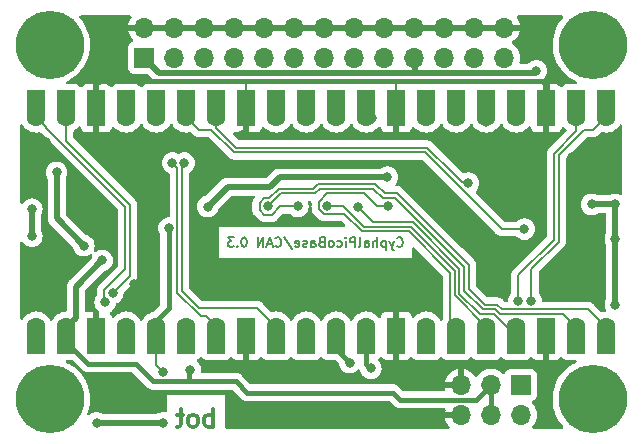
<source format=gbl>
G04 #@! TF.GenerationSoftware,KiCad,Pcbnew,6.0.11-2627ca5db0~126~ubuntu22.04.1*
G04 #@! TF.CreationDate,2023-09-21T12:17:26+02:00*
G04 #@! TF.ProjectId,CyphalPicoBase-CAN,43797068-616c-4506-9963-6f426173652d,0.3*
G04 #@! TF.SameCoordinates,PX55d4a80PY57bcf00*
G04 #@! TF.FileFunction,Copper,L2,Bot*
G04 #@! TF.FilePolarity,Positive*
%FSLAX46Y46*%
G04 Gerber Fmt 4.6, Leading zero omitted, Abs format (unit mm)*
G04 Created by KiCad (PCBNEW 6.0.11-2627ca5db0~126~ubuntu22.04.1) date 2023-09-21 12:17:26*
%MOMM*%
%LPD*%
G01*
G04 APERTURE LIST*
%ADD10C,0.200000*%
G04 #@! TA.AperFunction,NonConductor*
%ADD11C,0.200000*%
G04 #@! TD*
%ADD12C,0.375000*%
G04 #@! TA.AperFunction,NonConductor*
%ADD13C,0.375000*%
G04 #@! TD*
G04 #@! TA.AperFunction,ComponentPad*
%ADD14C,5.800000*%
G04 #@! TD*
G04 #@! TA.AperFunction,ComponentPad*
%ADD15R,1.700000X1.700000*%
G04 #@! TD*
G04 #@! TA.AperFunction,ComponentPad*
%ADD16O,1.700000X1.700000*%
G04 #@! TD*
G04 #@! TA.AperFunction,SMDPad,CuDef*
%ADD17C,1.600000*%
G04 #@! TD*
G04 #@! TA.AperFunction,SMDPad,CuDef*
%ADD18R,1.524000X2.000000*%
G04 #@! TD*
G04 #@! TA.AperFunction,SMDPad,CuDef*
%ADD19R,1.600000X1.600000*%
G04 #@! TD*
G04 #@! TA.AperFunction,ViaPad*
%ADD20C,0.800000*%
G04 #@! TD*
G04 #@! TA.AperFunction,Conductor*
%ADD21C,0.400000*%
G04 #@! TD*
G04 #@! TA.AperFunction,Conductor*
%ADD22C,0.200000*%
G04 #@! TD*
G04 #@! TA.AperFunction,Conductor*
%ADD23C,0.500000*%
G04 #@! TD*
G04 APERTURE END LIST*
D10*
D11*
X6414285Y-2035714D02*
X6452380Y-2073809D01*
X6566666Y-2111904D01*
X6642857Y-2111904D01*
X6757142Y-2073809D01*
X6833333Y-1997619D01*
X6871428Y-1921428D01*
X6909523Y-1769047D01*
X6909523Y-1654761D01*
X6871428Y-1502380D01*
X6833333Y-1426190D01*
X6757142Y-1350000D01*
X6642857Y-1311904D01*
X6566666Y-1311904D01*
X6452380Y-1350000D01*
X6414285Y-1388095D01*
X6147619Y-1578571D02*
X5957142Y-2111904D01*
X5766666Y-1578571D02*
X5957142Y-2111904D01*
X6033333Y-2302380D01*
X6071428Y-2340476D01*
X6147619Y-2378571D01*
X5461904Y-1578571D02*
X5461904Y-2378571D01*
X5461904Y-1616666D02*
X5385714Y-1578571D01*
X5233333Y-1578571D01*
X5157142Y-1616666D01*
X5119047Y-1654761D01*
X5080952Y-1730952D01*
X5080952Y-1959523D01*
X5119047Y-2035714D01*
X5157142Y-2073809D01*
X5233333Y-2111904D01*
X5385714Y-2111904D01*
X5461904Y-2073809D01*
X4738095Y-2111904D02*
X4738095Y-1311904D01*
X4395238Y-2111904D02*
X4395238Y-1692857D01*
X4433333Y-1616666D01*
X4509523Y-1578571D01*
X4623809Y-1578571D01*
X4700000Y-1616666D01*
X4738095Y-1654761D01*
X3671428Y-2111904D02*
X3671428Y-1692857D01*
X3709523Y-1616666D01*
X3785714Y-1578571D01*
X3938095Y-1578571D01*
X4014285Y-1616666D01*
X3671428Y-2073809D02*
X3747619Y-2111904D01*
X3938095Y-2111904D01*
X4014285Y-2073809D01*
X4052380Y-1997619D01*
X4052380Y-1921428D01*
X4014285Y-1845238D01*
X3938095Y-1807142D01*
X3747619Y-1807142D01*
X3671428Y-1769047D01*
X3176190Y-2111904D02*
X3252380Y-2073809D01*
X3290476Y-1997619D01*
X3290476Y-1311904D01*
X2871428Y-2111904D02*
X2871428Y-1311904D01*
X2566666Y-1311904D01*
X2490476Y-1350000D01*
X2452380Y-1388095D01*
X2414285Y-1464285D01*
X2414285Y-1578571D01*
X2452380Y-1654761D01*
X2490476Y-1692857D01*
X2566666Y-1730952D01*
X2871428Y-1730952D01*
X2071428Y-2111904D02*
X2071428Y-1578571D01*
X2071428Y-1311904D02*
X2109523Y-1350000D01*
X2071428Y-1388095D01*
X2033333Y-1350000D01*
X2071428Y-1311904D01*
X2071428Y-1388095D01*
X1347619Y-2073809D02*
X1423809Y-2111904D01*
X1576190Y-2111904D01*
X1652380Y-2073809D01*
X1690476Y-2035714D01*
X1728571Y-1959523D01*
X1728571Y-1730952D01*
X1690476Y-1654761D01*
X1652380Y-1616666D01*
X1576190Y-1578571D01*
X1423809Y-1578571D01*
X1347619Y-1616666D01*
X890476Y-2111904D02*
X966666Y-2073809D01*
X1004761Y-2035714D01*
X1042857Y-1959523D01*
X1042857Y-1730952D01*
X1004761Y-1654761D01*
X966666Y-1616666D01*
X890476Y-1578571D01*
X776190Y-1578571D01*
X700000Y-1616666D01*
X661904Y-1654761D01*
X623809Y-1730952D01*
X623809Y-1959523D01*
X661904Y-2035714D01*
X700000Y-2073809D01*
X776190Y-2111904D01*
X890476Y-2111904D01*
X14285Y-1692857D02*
X-100000Y-1730952D01*
X-138096Y-1769047D01*
X-176191Y-1845238D01*
X-176191Y-1959523D01*
X-138096Y-2035714D01*
X-100000Y-2073809D01*
X-23810Y-2111904D01*
X280952Y-2111904D01*
X280952Y-1311904D01*
X14285Y-1311904D01*
X-61905Y-1350000D01*
X-100000Y-1388095D01*
X-138096Y-1464285D01*
X-138096Y-1540476D01*
X-100000Y-1616666D01*
X-61905Y-1654761D01*
X14285Y-1692857D01*
X280952Y-1692857D01*
X-861905Y-2111904D02*
X-861905Y-1692857D01*
X-823810Y-1616666D01*
X-747620Y-1578571D01*
X-595239Y-1578571D01*
X-519048Y-1616666D01*
X-861905Y-2073809D02*
X-785715Y-2111904D01*
X-595239Y-2111904D01*
X-519048Y-2073809D01*
X-480953Y-1997619D01*
X-480953Y-1921428D01*
X-519048Y-1845238D01*
X-595239Y-1807142D01*
X-785715Y-1807142D01*
X-861905Y-1769047D01*
X-1204762Y-2073809D02*
X-1280953Y-2111904D01*
X-1433334Y-2111904D01*
X-1509524Y-2073809D01*
X-1547620Y-1997619D01*
X-1547620Y-1959523D01*
X-1509524Y-1883333D01*
X-1433334Y-1845238D01*
X-1319048Y-1845238D01*
X-1242858Y-1807142D01*
X-1204762Y-1730952D01*
X-1204762Y-1692857D01*
X-1242858Y-1616666D01*
X-1319048Y-1578571D01*
X-1433334Y-1578571D01*
X-1509524Y-1616666D01*
X-2195239Y-2073809D02*
X-2119048Y-2111904D01*
X-1966667Y-2111904D01*
X-1890477Y-2073809D01*
X-1852381Y-1997619D01*
X-1852381Y-1692857D01*
X-1890477Y-1616666D01*
X-1966667Y-1578571D01*
X-2119048Y-1578571D01*
X-2195239Y-1616666D01*
X-2233334Y-1692857D01*
X-2233334Y-1769047D01*
X-1852381Y-1845238D01*
X-3147620Y-1273809D02*
X-2461905Y-2302380D01*
X-3871429Y-2035714D02*
X-3833334Y-2073809D01*
X-3719048Y-2111904D01*
X-3642858Y-2111904D01*
X-3528572Y-2073809D01*
X-3452381Y-1997619D01*
X-3414286Y-1921428D01*
X-3376191Y-1769047D01*
X-3376191Y-1654761D01*
X-3414286Y-1502380D01*
X-3452381Y-1426190D01*
X-3528572Y-1350000D01*
X-3642858Y-1311904D01*
X-3719048Y-1311904D01*
X-3833334Y-1350000D01*
X-3871429Y-1388095D01*
X-4176191Y-1883333D02*
X-4557143Y-1883333D01*
X-4100000Y-2111904D02*
X-4366667Y-1311904D01*
X-4633334Y-2111904D01*
X-4900000Y-2111904D02*
X-4900000Y-1311904D01*
X-5357143Y-2111904D01*
X-5357143Y-1311904D01*
X-6500000Y-1311904D02*
X-6576191Y-1311904D01*
X-6652381Y-1350000D01*
X-6690477Y-1388095D01*
X-6728572Y-1464285D01*
X-6766667Y-1616666D01*
X-6766667Y-1807142D01*
X-6728572Y-1959523D01*
X-6690477Y-2035714D01*
X-6652381Y-2073809D01*
X-6576191Y-2111904D01*
X-6500000Y-2111904D01*
X-6423810Y-2073809D01*
X-6385715Y-2035714D01*
X-6347620Y-1959523D01*
X-6309524Y-1807142D01*
X-6309524Y-1616666D01*
X-6347620Y-1464285D01*
X-6385715Y-1388095D01*
X-6423810Y-1350000D01*
X-6500000Y-1311904D01*
X-7109524Y-2035714D02*
X-7147620Y-2073809D01*
X-7109524Y-2111904D01*
X-7071429Y-2073809D01*
X-7109524Y-2035714D01*
X-7109524Y-2111904D01*
X-7414286Y-1311904D02*
X-7909524Y-1311904D01*
X-7642858Y-1616666D01*
X-7757143Y-1616666D01*
X-7833334Y-1654761D01*
X-7871429Y-1692857D01*
X-7909524Y-1769047D01*
X-7909524Y-1959523D01*
X-7871429Y-2035714D01*
X-7833334Y-2073809D01*
X-7757143Y-2111904D01*
X-7528572Y-2111904D01*
X-7452381Y-2073809D01*
X-7414286Y-2035714D01*
D12*
D13*
X-9171429Y-17315021D02*
X-9171429Y-15815021D01*
X-9171429Y-16386450D02*
X-9314286Y-16315021D01*
X-9600000Y-16315021D01*
X-9742858Y-16386450D01*
X-9814286Y-16457878D01*
X-9885715Y-16600735D01*
X-9885715Y-17029307D01*
X-9814286Y-17172164D01*
X-9742858Y-17243592D01*
X-9600000Y-17315021D01*
X-9314286Y-17315021D01*
X-9171429Y-17243592D01*
X-10742858Y-17315021D02*
X-10600000Y-17243592D01*
X-10528572Y-17172164D01*
X-10457143Y-17029307D01*
X-10457143Y-16600735D01*
X-10528572Y-16457878D01*
X-10600000Y-16386450D01*
X-10742858Y-16315021D01*
X-10957143Y-16315021D01*
X-11100000Y-16386450D01*
X-11171429Y-16457878D01*
X-11242858Y-16600735D01*
X-11242858Y-17029307D01*
X-11171429Y-17172164D01*
X-11100000Y-17243592D01*
X-10957143Y-17315021D01*
X-10742858Y-17315021D01*
X-11671429Y-16315021D02*
X-12242858Y-16315021D01*
X-11885715Y-15815021D02*
X-11885715Y-17100735D01*
X-11957143Y-17243592D01*
X-12100000Y-17315021D01*
X-12242858Y-17315021D01*
D14*
X-23000000Y15000000D03*
X23000000Y15000000D03*
X-23000000Y-15000000D03*
X23000000Y-15000000D03*
D15*
X16900000Y-13800000D03*
D16*
X16900000Y-16340000D03*
X14360000Y-13800000D03*
X14360000Y-16340000D03*
X11820000Y-13800000D03*
X11820000Y-16340000D03*
D15*
X-15000000Y13925000D03*
D16*
X-15000000Y16465000D03*
X-12460000Y13925000D03*
X-12460000Y16465000D03*
X-9920000Y13925000D03*
X-9920000Y16465000D03*
X-7380000Y13925000D03*
X-7380000Y16465000D03*
X-4840000Y13925000D03*
X-4840000Y16465000D03*
X-2300000Y13925000D03*
X-2300000Y16465000D03*
X240000Y13925000D03*
X240000Y16465000D03*
X2780000Y13925000D03*
X2780000Y16465000D03*
X5320000Y13925000D03*
X5320000Y16465000D03*
X7860000Y13925000D03*
X7860000Y16465000D03*
X10400000Y13925000D03*
X10400000Y16465000D03*
X12940000Y13925000D03*
X12940000Y16465000D03*
X15480000Y13925000D03*
X15480000Y16465000D03*
D17*
X-24130000Y8890000D03*
D18*
X-24130000Y10160000D03*
D17*
X-21590000Y8890000D03*
D18*
X-21590000Y10160000D03*
D19*
X-19050000Y8890000D03*
D18*
X-19050000Y10160000D03*
D17*
X-16510000Y8890000D03*
D18*
X-16510000Y10160000D03*
D17*
X-13970000Y8890000D03*
D18*
X-13970000Y10160000D03*
D17*
X-11430000Y8890000D03*
D18*
X-11430000Y10160000D03*
D17*
X-8890000Y8890000D03*
D18*
X-8890000Y10160000D03*
D19*
X-6350000Y8890000D03*
D18*
X-6350000Y10160000D03*
X-3810000Y10160000D03*
D17*
X-3810000Y8890000D03*
D18*
X-1270000Y10160000D03*
D17*
X-1270000Y8890000D03*
X1270000Y8890000D03*
D18*
X1270000Y10160000D03*
X3810000Y10160000D03*
D17*
X3810000Y8890000D03*
D19*
X6350000Y8890000D03*
D18*
X6350000Y10160000D03*
X8890000Y10160000D03*
D17*
X8890000Y8890000D03*
D18*
X11430000Y10160000D03*
D17*
X11430000Y8890000D03*
X13970000Y8890000D03*
D18*
X13970000Y10160000D03*
X16510000Y10160000D03*
D17*
X16510000Y8890000D03*
D18*
X19050000Y10160000D03*
D19*
X19050000Y8890000D03*
D17*
X21590000Y8890000D03*
D18*
X21590000Y10160000D03*
D17*
X24130000Y8890000D03*
D18*
X24130000Y10160000D03*
X24130000Y-10160000D03*
D17*
X24130000Y-8890000D03*
X21590000Y-8890000D03*
D18*
X21590000Y-10160000D03*
X19050000Y-10160000D03*
D19*
X19050000Y-8890000D03*
D18*
X16510000Y-10160000D03*
D17*
X16510000Y-8890000D03*
D18*
X13970000Y-10160000D03*
D17*
X13970000Y-8890000D03*
X11430000Y-8890000D03*
D18*
X11430000Y-10160000D03*
X8890000Y-10160000D03*
D17*
X8890000Y-8890000D03*
D19*
X6350000Y-8890000D03*
D18*
X6350000Y-10160000D03*
D17*
X3810000Y-8890000D03*
D18*
X3810000Y-10160000D03*
D17*
X1270000Y-8890000D03*
D18*
X1270000Y-10160000D03*
D17*
X-1270000Y-8890000D03*
D18*
X-1270000Y-10160000D03*
X-3810000Y-10160000D03*
D17*
X-3810000Y-8890000D03*
D19*
X-6350000Y-8890000D03*
D18*
X-6350000Y-10160000D03*
X-8890000Y-10160000D03*
D17*
X-8890000Y-8890000D03*
X-11430000Y-8890000D03*
D18*
X-11430000Y-10160000D03*
D17*
X-13970000Y-8890000D03*
D18*
X-13970000Y-10160000D03*
D17*
X-16510000Y-8890000D03*
D18*
X-16510000Y-10160000D03*
D19*
X-19050000Y-8890000D03*
D18*
X-19050000Y-10160000D03*
X-21590000Y-10160000D03*
D17*
X-21590000Y-8890000D03*
D18*
X-24130000Y-10160000D03*
D17*
X-24130000Y-8890000D03*
D20*
X5600000Y3800000D03*
X-13400000Y-12700000D03*
X-9610000Y1310000D03*
X-12900000Y-500000D03*
X-22700000Y-6900000D03*
X-14100000Y-3800000D03*
X-15847779Y-5228612D03*
X6350000Y-8890000D03*
X-8600000Y-4700000D03*
X-14200000Y-6500000D03*
X-18200000Y800000D03*
X22500000Y-6100000D03*
X-19300000Y-13300000D03*
X19100000Y-12600000D03*
X-6700000Y7400000D03*
X21200000Y5500000D03*
X8900000Y1600000D03*
X-2800000Y100000D03*
X19200000Y9900000D03*
X14100000Y-2400000D03*
X-17900000Y5200000D03*
X17800000Y2300000D03*
X-23300000Y6800000D03*
X-19000000Y-9000000D03*
X-4520000Y1320000D03*
X5620000Y1320000D03*
X490000Y1390000D03*
X3110000Y1310000D03*
X-1980000Y1320000D03*
X17800000Y-6690500D03*
X-20100000Y-2000000D03*
X-22400000Y4200000D03*
X-18550000Y-3250000D03*
X-11100000Y-12500000D03*
X18200000Y12800000D03*
X-1270000Y-8890000D03*
X8890000Y-8890000D03*
X4200000Y-12400000D03*
X-3810000Y8890000D03*
X-18300000Y-6800000D03*
X-17649532Y-6041121D03*
X17200000Y-600000D03*
X12461426Y3288029D03*
X16700000Y-6690500D03*
X-1600000Y8890000D03*
X1400000Y8890000D03*
X4300000Y8800000D03*
X8890000Y8890000D03*
X11430000Y8890000D03*
X13970000Y8500000D03*
X16510000Y10160000D03*
X2400000Y-11900000D03*
X-11600000Y5000000D03*
X-12599503Y5000000D03*
X24900000Y-7000000D03*
X22900000Y1500000D03*
X24900000Y-1400000D03*
X24900000Y1500000D03*
X-19000000Y-17000000D03*
X-13400000Y-17000000D03*
X-24500000Y1100000D03*
X-24500000Y-1200000D03*
D21*
X-13970000Y-10160000D02*
X-13970000Y-8890000D01*
D22*
X-13970000Y-12130000D02*
X-13970000Y-10160000D01*
X-13400000Y-12700000D02*
X-13970000Y-12130000D01*
D21*
X-12900000Y-500000D02*
X-12900000Y-7300000D01*
D23*
X4270021Y3770021D02*
X5570021Y3770021D01*
X-3529979Y3770021D02*
X4270021Y3770021D01*
X-9610000Y1310000D02*
X-7920000Y3000000D01*
D21*
X-12900000Y-7300000D02*
X-13970000Y-8370000D01*
D23*
X-7920000Y3000000D02*
X-4300000Y3000000D01*
X5570021Y3770021D02*
X5600000Y3800000D01*
D21*
X-13970000Y-8370000D02*
X-13970000Y-8890000D01*
D23*
X-4300000Y3000000D02*
X-3529979Y3770021D01*
D21*
X-19050000Y11650000D02*
X-19050000Y10160000D01*
X19100000Y10448000D02*
X19100000Y11600000D01*
D22*
X-6350000Y10160000D02*
X-6350000Y11850000D01*
D21*
X-18725000Y11975000D02*
X-19050000Y11650000D01*
X18725000Y11975000D02*
X6475000Y11975000D01*
X19050000Y-10160000D02*
X19050000Y-8890000D01*
D22*
X6350000Y11850000D02*
X6475000Y11975000D01*
D21*
X6475000Y11975000D02*
X-6475000Y11975000D01*
D22*
X-6350000Y11850000D02*
X-6475000Y11975000D01*
X6350000Y10160000D02*
X6350000Y11850000D01*
D21*
X19100000Y11600000D02*
X18725000Y11975000D01*
X19050000Y10160000D02*
X19050000Y10398000D01*
X-6475000Y11975000D02*
X-18725000Y11975000D01*
X19050000Y10398000D02*
X19100000Y10448000D01*
D22*
X-133690Y2820011D02*
X-533700Y2420001D01*
X21590000Y-8890000D02*
X20490000Y-7790000D01*
X15155686Y-7790000D02*
X14755685Y-7389999D01*
X14755685Y-7389999D02*
X13689999Y-7389999D01*
X12100000Y-5800000D02*
X12100000Y-3802944D01*
X13689999Y-7389999D02*
X12100000Y-5800000D01*
X-533700Y2420001D02*
X-3419999Y2420001D01*
X6277058Y2020000D02*
X5220022Y2020000D01*
X4420011Y2820011D02*
X-133690Y2820011D01*
X-3419999Y2420001D02*
X-4520000Y1320000D01*
X12100000Y-3802944D02*
X6277058Y2020000D01*
X5220022Y2020000D02*
X4420011Y2820011D01*
D21*
X21590000Y-10160000D02*
X21590000Y-8890000D01*
D22*
X20490000Y-7790000D02*
X15155686Y-7790000D01*
X10900000Y-4300000D02*
X7400010Y-800010D01*
X7400010Y-800010D02*
X3434324Y-800010D01*
X200050Y690000D02*
X-210000Y1100050D01*
X3628001Y2420001D02*
X4728002Y1320000D01*
D21*
X11430000Y-10160000D02*
X11430000Y-8890000D01*
D22*
X1944314Y690000D02*
X200050Y690000D01*
X3434324Y-800010D02*
X1944314Y690000D01*
X4728002Y1320000D02*
X5640000Y1320000D01*
X10900000Y-8360000D02*
X10900000Y-4300000D01*
X11430000Y-8890000D02*
X10900000Y-8360000D01*
X530051Y2420001D02*
X3628001Y2420001D01*
X-210000Y1100050D02*
X-210000Y1679950D01*
X-210000Y1679950D02*
X530051Y2420001D01*
X490000Y1390000D02*
X1810000Y1390000D01*
X7565686Y-400000D02*
X11300000Y-4134315D01*
X3600000Y-400000D02*
X7565686Y-400000D01*
X11300000Y-4134315D02*
X11300000Y-6220000D01*
X1810000Y1390000D02*
X3600000Y-400000D01*
D21*
X13970000Y-10160000D02*
X13970000Y-8890000D01*
D22*
X11300000Y-6220000D02*
X13970000Y-8890000D01*
D21*
X16510000Y-10160000D02*
X16510000Y-8890000D01*
D22*
X13441999Y-7789999D02*
X14589999Y-7789999D01*
X15690000Y-8890000D02*
X16510000Y-8890000D01*
X7731362Y10D02*
X11700000Y-3968630D01*
X11700000Y-6054302D02*
X13438848Y-7793150D01*
X13438848Y-7793150D02*
X13441999Y-7789999D01*
X14589999Y-7789999D02*
X15690000Y-8890000D01*
X4419990Y10D02*
X7731362Y10D01*
X11700000Y-3968630D02*
X11700000Y-6054302D01*
X3110000Y1310000D02*
X4419990Y10D01*
X-5220000Y1609950D02*
X-5220000Y1030050D01*
X5385708Y2420000D02*
X4585687Y3220021D01*
X-5220000Y1030050D02*
X-4809950Y620000D01*
X-4180000Y620000D02*
X-3480000Y1320000D01*
X12500000Y-3637258D02*
X6442744Y2420000D01*
X15321372Y-7390000D02*
X14921371Y-6989999D01*
X-4385700Y2020000D02*
X-4809950Y2020000D01*
X6442744Y2420000D02*
X5385708Y2420000D01*
X-299379Y3220021D02*
X-699389Y2820011D01*
X-4809950Y620000D02*
X-4180000Y620000D01*
X22630000Y-7390000D02*
X15321372Y-7390000D01*
X-4809950Y2020000D02*
X-5220000Y1609950D01*
X-3585688Y2820011D02*
X-4385700Y2020000D01*
X-699389Y2820011D02*
X-3585688Y2820011D01*
X-3480000Y1320000D02*
X-1980000Y1320000D01*
D21*
X24130000Y-10160000D02*
X24130000Y-8890000D01*
D22*
X24130000Y-8890000D02*
X22630000Y-7390000D01*
X14921371Y-6989999D02*
X13855685Y-6989999D01*
X13855685Y-6989999D02*
X12500000Y-5634314D01*
X12500000Y-5634314D02*
X12500000Y-3637258D01*
X4585687Y3220021D02*
X-299379Y3220021D01*
X17800000Y-5500000D02*
X17800000Y-6690500D01*
X23040000Y7800000D02*
X22265686Y7800000D01*
X17800000Y-3965686D02*
X17800000Y-5500000D01*
D21*
X24130000Y10160000D02*
X24130000Y8890000D01*
D22*
X20100000Y-1665686D02*
X17800000Y-3965686D01*
X17800000Y-5500000D02*
X17800000Y-6290499D01*
X22265686Y7800000D02*
X20100000Y5634314D01*
X24130000Y8890000D02*
X23040000Y7800000D01*
X20100000Y5634314D02*
X20100000Y-1665686D01*
D23*
X-22400000Y300000D02*
X-22400000Y4200000D01*
X-20100000Y-2000000D02*
X-22400000Y300000D01*
D21*
X-15700000Y-12000000D02*
X-19750000Y-12000000D01*
D23*
X-13700000Y12625000D02*
X-15000000Y13925000D01*
X7975000Y12625000D02*
X-13700000Y12625000D01*
X11275000Y12625000D02*
X7975000Y12625000D01*
X7975000Y12625000D02*
X7975000Y13810000D01*
D21*
X14360000Y-13800000D02*
X14360000Y-16340000D01*
X-6250000Y-14450000D02*
X-7200000Y-13500000D01*
X-11200000Y-13500000D02*
X-11200000Y-12600000D01*
X6650000Y-15050000D02*
X13110000Y-15050000D01*
D23*
X-21590000Y-8890000D02*
X-20790001Y-8090001D01*
X18025000Y12625000D02*
X18200000Y12800000D01*
X-20790001Y-5490001D02*
X-18550000Y-3250000D01*
D21*
X-11200000Y-12600000D02*
X-11100000Y-12500000D01*
D23*
X-20790001Y-8090001D02*
X-20790001Y-5490001D01*
D21*
X-21590000Y-10160000D02*
X-21590000Y-8890000D01*
D23*
X11275000Y12625000D02*
X18025000Y12625000D01*
D21*
X-14200000Y-13500000D02*
X-15700000Y-12000000D01*
X13110000Y-15050000D02*
X14360000Y-13800000D01*
X6050000Y-14450000D02*
X-6250000Y-14450000D01*
X6050000Y-14450000D02*
X6650000Y-15050000D01*
X-7200000Y-13500000D02*
X-11200000Y-13500000D01*
X-11200000Y-13500000D02*
X-14200000Y-13500000D01*
D23*
X7975000Y13810000D02*
X7860000Y13925000D01*
D21*
X-19750000Y-12000000D02*
X-21590000Y-10160000D01*
X-1270000Y-10160000D02*
X-1270000Y-8890000D01*
X8890000Y-10160000D02*
X8890000Y-8890000D01*
X3810000Y-10160000D02*
X3810000Y-12010000D01*
X3810000Y-12010000D02*
X4200000Y-12400000D01*
X3810000Y-10160000D02*
X3810000Y-8890000D01*
X-3810000Y10160000D02*
X-3810000Y8890000D01*
D22*
X-24130000Y8890000D02*
X-23270000Y8030000D01*
X-16600000Y-4001639D02*
X-17799180Y-5200820D01*
X-18349532Y-5751172D02*
X-17799180Y-5200820D01*
X-16600000Y1300000D02*
X-16600000Y-3300000D01*
X-18349532Y-6750468D02*
X-18349532Y-5751172D01*
X-18300000Y-6800000D02*
X-18349532Y-6750468D01*
X-23270000Y7970000D02*
X-16600000Y1300000D01*
X-23270000Y8030000D02*
X-23270000Y7970000D01*
X-16600000Y-3300000D02*
X-16600000Y-4001639D01*
D21*
X-24130000Y8890000D02*
X-24130000Y10160000D01*
D22*
X-16200000Y1465686D02*
X-16200000Y-1900000D01*
X-16200000Y-3400000D02*
X-16200000Y-4591589D01*
X-16200000Y-1900000D02*
X-16200000Y-3400000D01*
X-21590000Y6855686D02*
X-16200000Y1465686D01*
X-16200000Y-4591589D02*
X-17649532Y-6041121D01*
X-21590000Y8890000D02*
X-21590000Y6855686D01*
D21*
X-21590000Y10160000D02*
X-21590000Y8890000D01*
D22*
X15300000Y-600000D02*
X8799980Y5900020D01*
X8799980Y5900020D02*
X-7365720Y5900020D01*
X-10370000Y7830000D02*
X-11430000Y8890000D01*
D21*
X-11430000Y10160000D02*
X-11430000Y8890000D01*
D22*
X-7365720Y5900020D02*
X-9295698Y7830000D01*
X17200000Y-600000D02*
X15300000Y-600000D01*
X-9295698Y7830000D02*
X-10370000Y7830000D01*
X11882843Y3382843D02*
X11132843Y4132843D01*
X8965656Y6300030D02*
X-7200030Y6300030D01*
D21*
X-8890000Y10160000D02*
X-8890000Y8890000D01*
D22*
X-7200030Y6300030D02*
X-8890000Y7990000D01*
X12366612Y3382843D02*
X11882843Y3382843D01*
X11132843Y4132843D02*
X8965656Y6300030D01*
X-8890000Y7990000D02*
X-8890000Y8890000D01*
X12461426Y3288029D02*
X12366612Y3382843D01*
X21590000Y8890000D02*
X21590000Y7690000D01*
X16700000Y-4500000D02*
X16700000Y-5600000D01*
X19700000Y5800000D02*
X19700000Y-1500000D01*
X21590000Y7690000D02*
X19700000Y5800000D01*
X19700000Y-1500000D02*
X16700000Y-4500000D01*
D21*
X21590000Y10160000D02*
X21590000Y8890000D01*
D22*
X16700000Y-5600000D02*
X16700000Y-6690500D01*
X16700000Y-5600000D02*
X16700000Y-6290499D01*
D21*
X-1270000Y10160000D02*
X-1270000Y8890000D01*
X1270000Y10160000D02*
X1270000Y8890000D01*
X3810000Y10160000D02*
X3810000Y8890000D01*
X8890000Y10160000D02*
X8890000Y8890000D01*
X11430000Y10160000D02*
X11430000Y8890000D01*
X13970000Y10160000D02*
X13970000Y8890000D01*
X16510000Y8890000D02*
X16510000Y10160000D01*
X1270000Y-10160000D02*
X1270000Y-10770000D01*
X1270000Y-10770000D02*
X2400000Y-11900000D01*
X1270000Y-10160000D02*
X1270000Y-8890000D01*
D22*
X-11800000Y4800000D02*
X-11800000Y-5834314D01*
X-5417157Y-7317157D02*
X-5400000Y-7300000D01*
X-11600000Y5000000D02*
X-11800000Y4800000D01*
X-10317157Y-7317157D02*
X-5417157Y-7317157D01*
X-11800000Y-5834314D02*
X-10317157Y-7317157D01*
D21*
X-3810000Y-10160000D02*
X-3810000Y-8890000D01*
D22*
X-5400000Y-7300000D02*
X-3810000Y-8890000D01*
X-10200000Y-8000000D02*
X-9780000Y-8000000D01*
X-9780000Y-8000000D02*
X-8890000Y-8890000D01*
X-12200000Y4600497D02*
X-12200000Y-6000000D01*
D21*
X-8890000Y-10160000D02*
X-8890000Y-8890000D01*
D22*
X-12200000Y-6000000D02*
X-10200000Y-8000000D01*
X-12599503Y5000000D02*
X-12200000Y4600497D01*
D21*
X-24130000Y-10160000D02*
X-24130000Y-8890000D01*
X-16510000Y-10160000D02*
X-16510000Y-8890000D01*
X-11430000Y-10160000D02*
X-11430000Y-8890000D01*
X-13970000Y10160000D02*
X-13970000Y8890000D01*
X-16510000Y10160000D02*
X-16510000Y8890000D01*
D23*
X22900000Y1500000D02*
X24900000Y1500000D01*
X24900000Y-1400000D02*
X24900000Y-7000000D01*
X24900000Y1500000D02*
X24900000Y-1400000D01*
X-19000000Y-17000000D02*
X-13400000Y-17000000D01*
X-24500000Y1100000D02*
X-24500000Y-1200000D01*
G04 #@! TA.AperFunction,Conductor*
G36*
X-21067539Y-11688502D02*
G01*
X-21046565Y-11705405D01*
X-20271450Y-12480520D01*
X-20265596Y-12486785D01*
X-20227561Y-12530385D01*
X-20192012Y-12555369D01*
X-20175281Y-12567128D01*
X-20169986Y-12571061D01*
X-20119718Y-12610476D01*
X-20112802Y-12613599D01*
X-20110516Y-12614983D01*
X-20095835Y-12623357D01*
X-20093475Y-12624622D01*
X-20087261Y-12628990D01*
X-20080182Y-12631750D01*
X-20080180Y-12631751D01*
X-20027725Y-12652202D01*
X-20021656Y-12654753D01*
X-19963427Y-12681045D01*
X-19955960Y-12682429D01*
X-19953405Y-12683230D01*
X-19937152Y-12687859D01*
X-19934572Y-12688522D01*
X-19927491Y-12691282D01*
X-19919960Y-12692273D01*
X-19919958Y-12692274D01*
X-19890826Y-12696109D01*
X-19864139Y-12699622D01*
X-19857641Y-12700652D01*
X-19794814Y-12712296D01*
X-19787234Y-12711859D01*
X-19787233Y-12711859D01*
X-19732608Y-12708709D01*
X-19725354Y-12708500D01*
X-16045660Y-12708500D01*
X-15977539Y-12728502D01*
X-15956565Y-12745405D01*
X-14721443Y-13980528D01*
X-14715589Y-13986793D01*
X-14677561Y-14030385D01*
X-14625271Y-14067136D01*
X-14620029Y-14071028D01*
X-14569718Y-14110476D01*
X-14562799Y-14113600D01*
X-14560507Y-14114988D01*
X-14545835Y-14123357D01*
X-14543475Y-14124622D01*
X-14537261Y-14128990D01*
X-14530182Y-14131750D01*
X-14530180Y-14131751D01*
X-14477725Y-14152202D01*
X-14471656Y-14154753D01*
X-14413427Y-14181045D01*
X-14405954Y-14182430D01*
X-14403388Y-14183234D01*
X-14387165Y-14187855D01*
X-14384573Y-14188520D01*
X-14377491Y-14191282D01*
X-14369956Y-14192274D01*
X-14314139Y-14199622D01*
X-14307623Y-14200654D01*
X-14269230Y-14207770D01*
X-14244814Y-14212295D01*
X-14237234Y-14211858D01*
X-14237233Y-14211858D01*
X-14182620Y-14208709D01*
X-14175367Y-14208500D01*
X-11208762Y-14208500D01*
X-11208102Y-14208502D01*
X-11122372Y-14208951D01*
X-11122371Y-14208951D01*
X-11117969Y-14208974D01*
X-11116452Y-14208610D01*
X-11114550Y-14208500D01*
X-7545660Y-14208500D01*
X-7477539Y-14228502D01*
X-7456565Y-14245405D01*
X-6771450Y-14930520D01*
X-6765596Y-14936785D01*
X-6727561Y-14980385D01*
X-6697062Y-15001820D01*
X-6675281Y-15017128D01*
X-6669986Y-15021061D01*
X-6619718Y-15060476D01*
X-6612802Y-15063599D01*
X-6610516Y-15064983D01*
X-6595835Y-15073357D01*
X-6593475Y-15074622D01*
X-6587261Y-15078990D01*
X-6580182Y-15081750D01*
X-6580180Y-15081751D01*
X-6527725Y-15102202D01*
X-6521656Y-15104753D01*
X-6463427Y-15131045D01*
X-6455960Y-15132429D01*
X-6453405Y-15133230D01*
X-6437152Y-15137859D01*
X-6434572Y-15138522D01*
X-6427491Y-15141282D01*
X-6419960Y-15142273D01*
X-6419958Y-15142274D01*
X-6390339Y-15146173D01*
X-6364139Y-15149622D01*
X-6357641Y-15150652D01*
X-6294814Y-15162296D01*
X-6287234Y-15161859D01*
X-6287233Y-15161859D01*
X-6232608Y-15158709D01*
X-6225354Y-15158500D01*
X5704339Y-15158500D01*
X5772460Y-15178502D01*
X5793434Y-15195405D01*
X6128565Y-15530536D01*
X6134418Y-15536801D01*
X6172439Y-15580385D01*
X6224729Y-15617136D01*
X6229971Y-15621028D01*
X6280282Y-15660476D01*
X6287201Y-15663600D01*
X6289493Y-15664988D01*
X6304165Y-15673357D01*
X6306525Y-15674622D01*
X6312739Y-15678990D01*
X6319818Y-15681750D01*
X6319820Y-15681751D01*
X6372275Y-15702202D01*
X6378344Y-15704753D01*
X6436573Y-15731045D01*
X6444046Y-15732430D01*
X6446612Y-15733234D01*
X6462835Y-15737855D01*
X6465427Y-15738520D01*
X6472509Y-15741282D01*
X6480044Y-15742274D01*
X6535861Y-15749622D01*
X6542377Y-15750654D01*
X6572608Y-15756257D01*
X6605186Y-15762295D01*
X6612766Y-15761858D01*
X6612767Y-15761858D01*
X6667380Y-15758709D01*
X6674633Y-15758500D01*
X10406238Y-15758500D01*
X10474359Y-15778502D01*
X10520852Y-15832158D01*
X10530956Y-15902432D01*
X10527655Y-15918172D01*
X10484389Y-16074183D01*
X10485912Y-16082607D01*
X10498292Y-16086000D01*
X11547885Y-16086000D01*
X11563124Y-16081525D01*
X11564329Y-16080135D01*
X11566000Y-16072452D01*
X11566000Y-15884500D01*
X11586002Y-15816379D01*
X11639658Y-15769886D01*
X11692000Y-15758500D01*
X11948000Y-15758500D01*
X12016121Y-15778502D01*
X12062614Y-15832158D01*
X12074000Y-15884500D01*
X12074000Y-16468000D01*
X12053998Y-16536121D01*
X12000342Y-16582614D01*
X11948000Y-16594000D01*
X10503225Y-16594000D01*
X10489694Y-16597973D01*
X10488257Y-16607966D01*
X10518565Y-16742446D01*
X10521645Y-16752275D01*
X10601770Y-16949603D01*
X10606413Y-16958794D01*
X10717694Y-17140388D01*
X10723771Y-17148691D01*
X10840116Y-17283003D01*
X10869598Y-17347588D01*
X10859483Y-17417860D01*
X10812982Y-17471509D01*
X10744878Y-17491500D01*
X-7992285Y-17491500D01*
X-8060406Y-17471498D01*
X-8106899Y-17417842D01*
X-8118285Y-17365500D01*
X-8118285Y-14639200D01*
X-13081714Y-14639200D01*
X-13081714Y-15983260D01*
X-13101716Y-16051381D01*
X-13155372Y-16097874D01*
X-13225646Y-16107978D01*
X-13233911Y-16106507D01*
X-13298056Y-16092872D01*
X-13298061Y-16092872D01*
X-13304513Y-16091500D01*
X-13495487Y-16091500D01*
X-13501939Y-16092872D01*
X-13501944Y-16092872D01*
X-13573353Y-16108051D01*
X-13682288Y-16131206D01*
X-13688318Y-16133891D01*
X-13688319Y-16133891D01*
X-13850722Y-16206197D01*
X-13850724Y-16206198D01*
X-13856752Y-16208882D01*
X-13862091Y-16212761D01*
X-13862098Y-16212765D01*
X-13868528Y-16217437D01*
X-13942587Y-16241500D01*
X-18457413Y-16241500D01*
X-18531472Y-16217437D01*
X-18537902Y-16212765D01*
X-18537909Y-16212761D01*
X-18543248Y-16208882D01*
X-18549276Y-16206198D01*
X-18549278Y-16206197D01*
X-18711681Y-16133891D01*
X-18711682Y-16133891D01*
X-18717712Y-16131206D01*
X-18826647Y-16108051D01*
X-18898056Y-16092872D01*
X-18898061Y-16092872D01*
X-18904513Y-16091500D01*
X-19095487Y-16091500D01*
X-19101939Y-16092872D01*
X-19101944Y-16092872D01*
X-19173353Y-16108051D01*
X-19282288Y-16131206D01*
X-19288318Y-16133891D01*
X-19288319Y-16133891D01*
X-19450722Y-16206197D01*
X-19450724Y-16206198D01*
X-19456752Y-16208882D01*
X-19462093Y-16212762D01*
X-19462094Y-16212763D01*
X-19604107Y-16315942D01*
X-19670975Y-16339800D01*
X-19740126Y-16323720D01*
X-19789606Y-16272806D01*
X-19803706Y-16203224D01*
X-19794911Y-16166602D01*
X-19787046Y-16147233D01*
X-19772467Y-16111329D01*
X-19766818Y-16091500D01*
X-19677659Y-15778502D01*
X-19671322Y-15756257D01*
X-19670364Y-15750654D01*
X-19609688Y-15395686D01*
X-19609688Y-15395684D01*
X-19609116Y-15392339D01*
X-19606942Y-15356809D01*
X-19586687Y-15025627D01*
X-19586577Y-15023831D01*
X-19586494Y-15000000D01*
X-19606460Y-14631344D01*
X-19666123Y-14267000D01*
X-19764787Y-13911230D01*
X-19776824Y-13880980D01*
X-19900036Y-13571363D01*
X-19900040Y-13571355D01*
X-19901296Y-13568198D01*
X-19907018Y-13557390D01*
X-19945604Y-13484514D01*
X-20074054Y-13241914D01*
X-20075954Y-13239108D01*
X-20075958Y-13239101D01*
X-20279134Y-12939011D01*
X-20279141Y-12939002D01*
X-20281040Y-12936197D01*
X-20283236Y-12933607D01*
X-20283241Y-12933601D01*
X-20517633Y-12657217D01*
X-20517634Y-12657216D01*
X-20519833Y-12654623D01*
X-20696768Y-12486718D01*
X-20785172Y-12402825D01*
X-20785173Y-12402824D01*
X-20787639Y-12400484D01*
X-21081325Y-12176755D01*
X-21084237Y-12174998D01*
X-21084242Y-12174995D01*
X-21394534Y-11987815D01*
X-21394543Y-11987810D01*
X-21397456Y-11986053D01*
X-21563911Y-11908787D01*
X-21617276Y-11861963D01*
X-21636857Y-11793720D01*
X-21616433Y-11725725D01*
X-21562491Y-11679565D01*
X-21510859Y-11668500D01*
X-21135660Y-11668500D01*
X-21067539Y-11688502D01*
G37*
G04 #@! TD.AperFunction*
G04 #@! TA.AperFunction,Conductor*
G36*
X-16114082Y17471498D02*
G01*
X-16067589Y17417842D01*
X-16057485Y17347568D01*
X-16078115Y17294495D01*
X-16181905Y17142345D01*
X-16187000Y17133377D01*
X-16276662Y16940217D01*
X-16280225Y16930530D01*
X-16335611Y16730817D01*
X-16334088Y16722393D01*
X-16321708Y16719000D01*
X16798344Y16719000D01*
X16811875Y16722973D01*
X16813180Y16732053D01*
X16771214Y16899125D01*
X16767894Y16908876D01*
X16682972Y17104186D01*
X16678105Y17113261D01*
X16559617Y17296417D01*
X16561562Y17297675D01*
X16539368Y17354819D01*
X16553523Y17424390D01*
X16603044Y17475264D01*
X16664914Y17491500D01*
X20372139Y17491500D01*
X20440260Y17471498D01*
X20486753Y17417842D01*
X20496857Y17347568D01*
X20467951Y17283670D01*
X20288261Y17073281D01*
X20286342Y17070469D01*
X20286339Y17070464D01*
X20279876Y17060989D01*
X20080209Y16768288D01*
X19906313Y16442610D01*
X19768607Y16100056D01*
X19767687Y16096782D01*
X19767685Y16096777D01*
X19672733Y15758972D01*
X19668702Y15744633D01*
X19668140Y15741276D01*
X19668140Y15741275D01*
X19615693Y15427861D01*
X19607767Y15380500D01*
X19586515Y15011915D01*
X19605194Y14643191D01*
X19605731Y14639836D01*
X19605732Y14639830D01*
X19641969Y14413594D01*
X19663585Y14278642D01*
X19761006Y13922530D01*
X19896317Y13579023D01*
X19897900Y13576008D01*
X20066351Y13255155D01*
X20066356Y13255147D01*
X20067935Y13252139D01*
X20273853Y12945701D01*
X20511661Y12663294D01*
X20778578Y12408223D01*
X21071482Y12183470D01*
X21386945Y11991665D01*
X21550832Y11914895D01*
X21564266Y11908602D01*
X21617469Y11861592D01*
X21636811Y11793281D01*
X21616151Y11725357D01*
X21562048Y11679385D01*
X21510817Y11668500D01*
X20779866Y11668500D01*
X20717684Y11661745D01*
X20581295Y11610615D01*
X20464739Y11523261D01*
X20420513Y11464251D01*
X20363656Y11421736D01*
X20292837Y11416710D01*
X20230544Y11450770D01*
X20218862Y11464251D01*
X20180285Y11515724D01*
X20167724Y11528285D01*
X20065649Y11604786D01*
X20050054Y11613324D01*
X19929606Y11658478D01*
X19914351Y11662105D01*
X19863486Y11667631D01*
X19856672Y11668000D01*
X19322115Y11668000D01*
X19306876Y11663525D01*
X19305671Y11662135D01*
X19304000Y11654452D01*
X19304000Y7600116D01*
X19308475Y7584877D01*
X19309865Y7583672D01*
X19317548Y7582001D01*
X19894669Y7582001D01*
X19901490Y7582371D01*
X19952352Y7587895D01*
X19967604Y7591521D01*
X20088054Y7636676D01*
X20103649Y7645214D01*
X20205724Y7721715D01*
X20218285Y7734276D01*
X20294786Y7836351D01*
X20303324Y7851946D01*
X20348478Y7972394D01*
X20352104Y7987643D01*
X20352479Y7991096D01*
X20353522Y7993606D01*
X20353932Y7995331D01*
X20354211Y7995265D01*
X20379719Y8056659D01*
X20438080Y8097088D01*
X20509034Y8099546D01*
X20570054Y8063253D01*
X20579344Y8051760D01*
X20580641Y8050214D01*
X20583802Y8045700D01*
X20745382Y7884120D01*
X20779408Y7821808D01*
X20774343Y7750993D01*
X20745384Y7705933D01*
X19303766Y6264315D01*
X19291375Y6253448D01*
X19266013Y6233987D01*
X19241526Y6202075D01*
X19241523Y6202072D01*
X19168476Y6106876D01*
X19121371Y5993154D01*
X19107162Y5958850D01*
X19091500Y5839885D01*
X19091500Y5839880D01*
X19086250Y5800000D01*
X19087328Y5791812D01*
X19090422Y5768310D01*
X19091500Y5751864D01*
X19091500Y-1195761D01*
X19071498Y-1263882D01*
X19054595Y-1284856D01*
X16303766Y-4035685D01*
X16291375Y-4046552D01*
X16266013Y-4066013D01*
X16241526Y-4097925D01*
X16241523Y-4097928D01*
X16241517Y-4097936D01*
X16177910Y-4180830D01*
X16168476Y-4193124D01*
X16107162Y-4341149D01*
X16107162Y-4341150D01*
X16091500Y-4460115D01*
X16091500Y-4460120D01*
X16086250Y-4500000D01*
X16087328Y-4508188D01*
X16090422Y-4531690D01*
X16091500Y-4548136D01*
X16091500Y-5960210D01*
X16071498Y-6028331D01*
X16059136Y-6044520D01*
X15986923Y-6124721D01*
X15960960Y-6153556D01*
X15865473Y-6318944D01*
X15806458Y-6500572D01*
X15805768Y-6507133D01*
X15805768Y-6507135D01*
X15788790Y-6668671D01*
X15761777Y-6734327D01*
X15703555Y-6774957D01*
X15663480Y-6781500D01*
X15625611Y-6781500D01*
X15557490Y-6761498D01*
X15536516Y-6744595D01*
X15385686Y-6593765D01*
X15374819Y-6581374D01*
X15360386Y-6562565D01*
X15355358Y-6556012D01*
X15323445Y-6531524D01*
X15323443Y-6531522D01*
X15316248Y-6526001D01*
X15234800Y-6463503D01*
X15234798Y-6463502D01*
X15228247Y-6458475D01*
X15080222Y-6397161D01*
X15072035Y-6396083D01*
X15072034Y-6396083D01*
X15047384Y-6392838D01*
X14961264Y-6381500D01*
X14961262Y-6381500D01*
X14961256Y-6381499D01*
X14961254Y-6381499D01*
X14961245Y-6381498D01*
X14929560Y-6377327D01*
X14921371Y-6376249D01*
X14889678Y-6380421D01*
X14873235Y-6381499D01*
X14159924Y-6381499D01*
X14091803Y-6361497D01*
X14070829Y-6344594D01*
X13145405Y-5419170D01*
X13111379Y-5356858D01*
X13108500Y-5330075D01*
X13108500Y-3685394D01*
X13109578Y-3668948D01*
X13112672Y-3645446D01*
X13113750Y-3637258D01*
X13108500Y-3597378D01*
X13108500Y-3597373D01*
X13092838Y-3478408D01*
X13092838Y-3478407D01*
X13079500Y-3446206D01*
X13034684Y-3338010D01*
X13034683Y-3338008D01*
X13031524Y-3330382D01*
X12958477Y-3235187D01*
X12958476Y-3235185D01*
X12939017Y-3209825D01*
X12939013Y-3209821D01*
X12933987Y-3203271D01*
X12927437Y-3198245D01*
X12927434Y-3198242D01*
X12908620Y-3183806D01*
X12896229Y-3172939D01*
X11901163Y-2177872D01*
X6907059Y2816234D01*
X6896192Y2828625D01*
X6881757Y2847437D01*
X6876731Y2853987D01*
X6844819Y2878474D01*
X6844816Y2878477D01*
X6756173Y2946496D01*
X6756171Y2946497D01*
X6749620Y2951524D01*
X6601595Y3012838D01*
X6593408Y3013916D01*
X6593407Y3013916D01*
X6582202Y3015391D01*
X6551006Y3019498D01*
X6482629Y3028500D01*
X6482626Y3028500D01*
X6482618Y3028501D01*
X6450933Y3032672D01*
X6442744Y3033750D01*
X6429473Y3032003D01*
X6359324Y3042943D01*
X6306226Y3090072D01*
X6287037Y3158426D01*
X6307849Y3226304D01*
X6319385Y3241227D01*
X6339040Y3263056D01*
X6434527Y3428444D01*
X6493542Y3610072D01*
X6498086Y3653300D01*
X6512814Y3793435D01*
X6513504Y3800000D01*
X6493542Y3989928D01*
X6434527Y4171556D01*
X6339040Y4336944D01*
X6315947Y4362592D01*
X6215675Y4473955D01*
X6215674Y4473956D01*
X6211253Y4478866D01*
X6056752Y4591118D01*
X6050724Y4593802D01*
X6050722Y4593803D01*
X5888319Y4666109D01*
X5888318Y4666109D01*
X5882288Y4668794D01*
X5788887Y4688647D01*
X5701944Y4707128D01*
X5701939Y4707128D01*
X5695487Y4708500D01*
X5504513Y4708500D01*
X5498061Y4707128D01*
X5498056Y4707128D01*
X5411113Y4688647D01*
X5317712Y4668794D01*
X5311682Y4666109D01*
X5311681Y4666109D01*
X5149278Y4593803D01*
X5149276Y4593802D01*
X5143248Y4591118D01*
X5137907Y4587238D01*
X5137906Y4587237D01*
X5090212Y4552585D01*
X5023344Y4528727D01*
X5016151Y4528521D01*
X-3462910Y4528521D01*
X-3481858Y4529954D01*
X-3489199Y4531071D01*
X-3496096Y4532120D01*
X-3496098Y4532120D01*
X-3503328Y4533220D01*
X-3510620Y4532627D01*
X-3510623Y4532627D01*
X-3555997Y4528936D01*
X-3566212Y4528521D01*
X-3574272Y4528521D01*
X-3587562Y4526972D01*
X-3602486Y4525232D01*
X-3606861Y4524799D01*
X-3672318Y4519475D01*
X-3672321Y4519474D01*
X-3679616Y4518881D01*
X-3686580Y4516625D01*
X-3692539Y4515434D01*
X-3698394Y4514050D01*
X-3705660Y4513203D01*
X-3774306Y4488286D01*
X-3778434Y4486869D01*
X-3840915Y4466628D01*
X-3840917Y4466627D01*
X-3847878Y4464372D01*
X-3854133Y4460576D01*
X-3859607Y4458070D01*
X-3865037Y4455351D01*
X-3871916Y4452854D01*
X-3878036Y4448841D01*
X-3878037Y4448841D01*
X-3932955Y4412835D01*
X-3936659Y4410498D01*
X-3999086Y4372616D01*
X-4007463Y4365218D01*
X-4007487Y4365245D01*
X-4010479Y4362592D01*
X-4013712Y4359889D01*
X-4019831Y4355877D01*
X-4056422Y4317251D01*
X-4073107Y4299638D01*
X-4075485Y4297196D01*
X-4577276Y3795405D01*
X-4639588Y3761379D01*
X-4666371Y3758500D01*
X-7852930Y3758500D01*
X-7871880Y3759933D01*
X-7886115Y3762099D01*
X-7886119Y3762099D01*
X-7893349Y3763199D01*
X-7900641Y3762606D01*
X-7900644Y3762606D01*
X-7946018Y3758915D01*
X-7956233Y3758500D01*
X-7964293Y3758500D01*
X-7967927Y3758076D01*
X-7967933Y3758076D01*
X-7980958Y3756557D01*
X-7992520Y3755209D01*
X-7996868Y3754779D01*
X-8069636Y3748860D01*
X-8076597Y3746605D01*
X-8082537Y3745418D01*
X-8088412Y3744029D01*
X-8095681Y3743182D01*
X-8164330Y3718264D01*
X-8168458Y3716847D01*
X-8230936Y3696607D01*
X-8230938Y3696606D01*
X-8237899Y3694351D01*
X-8244154Y3690555D01*
X-8249628Y3688049D01*
X-8255058Y3685330D01*
X-8261937Y3682833D01*
X-8268057Y3678820D01*
X-8268058Y3678820D01*
X-8322976Y3642814D01*
X-8326680Y3640477D01*
X-8389107Y3602595D01*
X-8397484Y3595197D01*
X-8397508Y3595224D01*
X-8400500Y3592571D01*
X-8403733Y3589868D01*
X-8409852Y3585856D01*
X-8414884Y3580544D01*
X-8463128Y3529617D01*
X-8465506Y3527175D01*
X-9766331Y2226350D01*
X-9829228Y2192199D01*
X-9885824Y2180169D01*
X-9885833Y2180166D01*
X-9892288Y2178794D01*
X-9898318Y2176109D01*
X-9898319Y2176109D01*
X-10060722Y2103803D01*
X-10060724Y2103802D01*
X-10066752Y2101118D01*
X-10221253Y1988866D01*
X-10225674Y1983956D01*
X-10225675Y1983955D01*
X-10241743Y1966109D01*
X-10349040Y1846944D01*
X-10394156Y1768801D01*
X-10439693Y1689928D01*
X-10444527Y1681556D01*
X-10503542Y1499928D01*
X-10504232Y1493367D01*
X-10504232Y1493365D01*
X-10512200Y1417550D01*
X-10523504Y1310000D01*
X-10522814Y1303435D01*
X-10504768Y1131740D01*
X-10503542Y1120072D01*
X-10444527Y938444D01*
X-10349040Y773056D01*
X-10344622Y768149D01*
X-10344621Y768148D01*
X-10258604Y672616D01*
X-10221253Y631134D01*
X-10166059Y591033D01*
X-10085857Y532763D01*
X-10066752Y518882D01*
X-10060724Y516198D01*
X-10060722Y516197D01*
X-9911667Y449834D01*
X-9892288Y441206D01*
X-9798887Y421353D01*
X-9711944Y402872D01*
X-9711939Y402872D01*
X-9705487Y401500D01*
X-9514513Y401500D01*
X-9508061Y402872D01*
X-9508056Y402872D01*
X-9421113Y421353D01*
X-9327712Y441206D01*
X-9308333Y449834D01*
X-9159278Y516197D01*
X-9159276Y516198D01*
X-9153248Y518882D01*
X-9134142Y532763D01*
X-9053941Y591033D01*
X-8998747Y631134D01*
X-8961396Y672616D01*
X-8875379Y768148D01*
X-8875378Y768149D01*
X-8870960Y773056D01*
X-8775473Y938444D01*
X-8720613Y1107286D01*
X-8689875Y1157444D01*
X-7642724Y2204595D01*
X-7580412Y2238621D01*
X-7553629Y2241500D01*
X-5757894Y2241500D01*
X-5689773Y2221498D01*
X-5643280Y2167842D01*
X-5633176Y2097568D01*
X-5657930Y2038799D01*
X-5678474Y2012025D01*
X-5678477Y2012022D01*
X-5678483Y2012014D01*
X-5678484Y2012013D01*
X-5741411Y1930005D01*
X-5751524Y1916826D01*
X-5812838Y1768801D01*
X-5813792Y1761556D01*
X-5813915Y1760620D01*
X-5813916Y1760617D01*
X-5823222Y1689928D01*
X-5828500Y1649835D01*
X-5828500Y1649830D01*
X-5833750Y1609950D01*
X-5832672Y1601762D01*
X-5829578Y1578260D01*
X-5828500Y1561814D01*
X-5828500Y1078186D01*
X-5829578Y1061743D01*
X-5833750Y1030050D01*
X-5828500Y990170D01*
X-5828500Y990165D01*
X-5817673Y907928D01*
X-5812838Y871199D01*
X-5751524Y723174D01*
X-5746497Y716623D01*
X-5746496Y716621D01*
X-5678480Y627981D01*
X-5678474Y627975D01*
X-5653987Y596063D01*
X-5647432Y591033D01*
X-5628621Y576598D01*
X-5616230Y565731D01*
X-5274265Y223766D01*
X-5263398Y211375D01*
X-5243937Y186013D01*
X-5237387Y180987D01*
X-5212029Y161529D01*
X-5212022Y161523D01*
X-5172926Y131524D01*
X-5116825Y88476D01*
X-4968800Y27162D01*
X-4849835Y11500D01*
X-4849830Y11500D01*
X-4849821Y11499D01*
X-4818138Y7328D01*
X-4809950Y6250D01*
X-4778257Y10422D01*
X-4761814Y11500D01*
X-4228136Y11500D01*
X-4211693Y10422D01*
X-4180000Y6250D01*
X-4171811Y7328D01*
X-4140126Y11499D01*
X-4140116Y11500D01*
X-4140115Y11500D01*
X-4140099Y11502D01*
X-4040543Y24609D01*
X-4029336Y26084D01*
X-4029334Y26085D01*
X-4021149Y27162D01*
X-3873124Y88476D01*
X-3835368Y117447D01*
X-3777928Y161523D01*
X-3777925Y161526D01*
X-3775349Y163503D01*
X-3746013Y186013D01*
X-3740035Y193803D01*
X-3726548Y211379D01*
X-3715681Y223770D01*
X-3264856Y674595D01*
X-3202544Y708621D01*
X-3175761Y711500D01*
X-2710710Y711500D01*
X-2642589Y691498D01*
X-2617074Y669811D01*
X-2591253Y641134D01*
X-2584249Y636045D01*
X-2444484Y534500D01*
X-2436752Y528882D01*
X-2430724Y526198D01*
X-2430722Y526197D01*
X-2268319Y453891D01*
X-2262288Y451206D01*
X-2168888Y431353D01*
X-2081944Y412872D01*
X-2081939Y412872D01*
X-2075487Y411500D01*
X-1884513Y411500D01*
X-1878061Y412872D01*
X-1878056Y412872D01*
X-1791112Y431353D01*
X-1697712Y451206D01*
X-1691681Y453891D01*
X-1529278Y526197D01*
X-1529276Y526198D01*
X-1523248Y528882D01*
X-1515515Y534500D01*
X-1429820Y596762D01*
X-1368747Y641134D01*
X-1346301Y666063D01*
X-1245379Y778148D01*
X-1245378Y778149D01*
X-1240960Y783056D01*
X-1154551Y932721D01*
X-1148777Y942721D01*
X-1148776Y942722D01*
X-1145473Y948444D01*
X-1086458Y1130072D01*
X-1069810Y1288469D01*
X-1057869Y1317491D01*
X-1065396Y1329203D01*
X-1069810Y1351531D01*
X-1085768Y1503365D01*
X-1085768Y1503367D01*
X-1086458Y1509928D01*
X-1106258Y1570867D01*
X-1130854Y1646565D01*
X-1132881Y1717533D01*
X-1096219Y1778330D01*
X-1032507Y1809656D01*
X-1011021Y1811501D01*
X-948672Y1811501D01*
X-880551Y1791499D01*
X-834058Y1737843D01*
X-822888Y1686495D01*
X-823750Y1679950D01*
X-819785Y1649835D01*
X-819578Y1648260D01*
X-818500Y1631814D01*
X-818500Y1364701D01*
X-831635Y1319968D01*
X-820556Y1297966D01*
X-818500Y1275299D01*
X-818500Y1148186D01*
X-819578Y1131743D01*
X-823750Y1100050D01*
X-818500Y1060170D01*
X-818500Y1060165D01*
X-809674Y993124D01*
X-802838Y941199D01*
X-741524Y793174D01*
X-736497Y786623D01*
X-736496Y786621D01*
X-668480Y697981D01*
X-668474Y697975D01*
X-643987Y666063D01*
X-637432Y661033D01*
X-618621Y646598D01*
X-606230Y635731D01*
X-264265Y293766D01*
X-253398Y281375D01*
X-233937Y256013D01*
X-202025Y231526D01*
X-202022Y231523D01*
X-149365Y191118D01*
X-106825Y158476D01*
X41200Y97162D01*
X160165Y81500D01*
X160170Y81500D01*
X160179Y81499D01*
X191862Y77328D01*
X200050Y76250D01*
X231743Y80422D01*
X248186Y81500D01*
X1640075Y81500D01*
X1708196Y61498D01*
X1729170Y44595D01*
X2006170Y-232405D01*
X2040196Y-294717D01*
X2035131Y-365532D01*
X1992584Y-422368D01*
X1926064Y-447179D01*
X1917075Y-447500D01*
X-8670405Y-447500D01*
X-8670405Y-3052500D01*
X7670405Y-3052500D01*
X7670405Y-2235144D01*
X7690407Y-2167023D01*
X7744063Y-2120530D01*
X7814337Y-2110426D01*
X7878917Y-2139920D01*
X7885500Y-2146049D01*
X10254595Y-4515144D01*
X10288621Y-4577456D01*
X10291500Y-4604239D01*
X10291500Y-8207412D01*
X10279695Y-8260661D01*
X10274195Y-8272456D01*
X10227278Y-8325742D01*
X10159001Y-8345203D01*
X10091041Y-8324662D01*
X10045805Y-8272457D01*
X10029849Y-8238238D01*
X10029846Y-8238233D01*
X10027523Y-8233251D01*
X9954098Y-8128389D01*
X9899357Y-8050211D01*
X9899355Y-8050208D01*
X9896198Y-8045700D01*
X9734300Y-7883802D01*
X9729792Y-7880645D01*
X9729789Y-7880643D01*
X9628959Y-7810041D01*
X9546749Y-7752477D01*
X9541767Y-7750154D01*
X9541762Y-7750151D01*
X9344225Y-7658039D01*
X9344224Y-7658039D01*
X9339243Y-7655716D01*
X9333935Y-7654294D01*
X9333933Y-7654293D01*
X9123402Y-7597881D01*
X9123400Y-7597881D01*
X9118087Y-7596457D01*
X8890000Y-7576502D01*
X8661913Y-7596457D01*
X8656600Y-7597881D01*
X8656598Y-7597881D01*
X8446067Y-7654293D01*
X8446065Y-7654294D01*
X8440757Y-7655716D01*
X8435776Y-7658039D01*
X8435775Y-7658039D01*
X8238238Y-7750151D01*
X8238233Y-7750154D01*
X8233251Y-7752477D01*
X8151041Y-7810041D01*
X8050211Y-7880643D01*
X8050208Y-7880645D01*
X8045700Y-7883802D01*
X7883802Y-8045700D01*
X7880643Y-8050211D01*
X7877108Y-8054424D01*
X7876140Y-8053612D01*
X7825506Y-8094090D01*
X7754887Y-8101404D01*
X7691524Y-8069376D01*
X7655536Y-8008177D01*
X7652480Y-7991099D01*
X7652105Y-7987648D01*
X7648479Y-7972396D01*
X7603324Y-7851946D01*
X7594786Y-7836351D01*
X7518285Y-7734276D01*
X7505724Y-7721715D01*
X7403649Y-7645214D01*
X7388054Y-7636676D01*
X7267606Y-7591522D01*
X7252351Y-7587895D01*
X7201486Y-7582369D01*
X7194672Y-7582000D01*
X6622115Y-7582000D01*
X6606876Y-7586475D01*
X6605671Y-7587865D01*
X6604000Y-7595548D01*
X6604000Y-11649884D01*
X6608475Y-11665123D01*
X6609865Y-11666328D01*
X6617548Y-11667999D01*
X7156669Y-11667999D01*
X7163490Y-11667629D01*
X7214352Y-11662105D01*
X7229604Y-11658479D01*
X7350054Y-11613324D01*
X7365649Y-11604786D01*
X7467724Y-11528285D01*
X7480285Y-11515724D01*
X7518862Y-11464251D01*
X7575721Y-11421736D01*
X7646540Y-11416710D01*
X7708833Y-11450770D01*
X7720509Y-11464245D01*
X7764739Y-11523261D01*
X7881295Y-11610615D01*
X8017684Y-11661745D01*
X8079866Y-11668500D01*
X9700134Y-11668500D01*
X9762316Y-11661745D01*
X9898705Y-11610615D01*
X10015261Y-11523261D01*
X10059174Y-11464668D01*
X10116033Y-11422153D01*
X10186852Y-11417127D01*
X10249145Y-11451187D01*
X10260825Y-11464667D01*
X10304739Y-11523261D01*
X10421295Y-11610615D01*
X10557684Y-11661745D01*
X10619866Y-11668500D01*
X12240134Y-11668500D01*
X12302316Y-11661745D01*
X12438705Y-11610615D01*
X12555261Y-11523261D01*
X12599174Y-11464668D01*
X12656033Y-11422153D01*
X12726852Y-11417127D01*
X12789145Y-11451187D01*
X12800825Y-11464667D01*
X12844739Y-11523261D01*
X12961295Y-11610615D01*
X13097684Y-11661745D01*
X13159866Y-11668500D01*
X14780134Y-11668500D01*
X14842316Y-11661745D01*
X14978705Y-11610615D01*
X15095261Y-11523261D01*
X15139174Y-11464668D01*
X15196033Y-11422153D01*
X15266852Y-11417127D01*
X15329145Y-11451187D01*
X15340825Y-11464667D01*
X15384739Y-11523261D01*
X15501295Y-11610615D01*
X15637684Y-11661745D01*
X15699866Y-11668500D01*
X17320134Y-11668500D01*
X17382316Y-11661745D01*
X17518705Y-11610615D01*
X17635261Y-11523261D01*
X17679487Y-11464251D01*
X17736344Y-11421736D01*
X17807163Y-11416710D01*
X17869456Y-11450770D01*
X17881138Y-11464251D01*
X17919715Y-11515724D01*
X17932276Y-11528285D01*
X18034351Y-11604786D01*
X18049946Y-11613324D01*
X18170394Y-11658478D01*
X18185649Y-11662105D01*
X18236514Y-11667631D01*
X18243328Y-11668000D01*
X18777885Y-11668000D01*
X18793124Y-11663525D01*
X18794329Y-11662135D01*
X18796000Y-11654452D01*
X18796000Y-8738000D01*
X18816002Y-8669879D01*
X18869658Y-8623386D01*
X18922000Y-8612000D01*
X19178000Y-8612000D01*
X19246121Y-8632002D01*
X19292614Y-8685658D01*
X19304000Y-8738000D01*
X19304000Y-11649884D01*
X19308475Y-11665123D01*
X19309865Y-11666328D01*
X19317548Y-11667999D01*
X19856669Y-11667999D01*
X19863490Y-11667629D01*
X19914352Y-11662105D01*
X19929604Y-11658479D01*
X20050054Y-11613324D01*
X20065649Y-11604786D01*
X20167724Y-11528285D01*
X20180285Y-11515724D01*
X20218862Y-11464251D01*
X20275721Y-11421736D01*
X20346540Y-11416710D01*
X20408833Y-11450770D01*
X20420509Y-11464245D01*
X20464739Y-11523261D01*
X20581295Y-11610615D01*
X20717684Y-11661745D01*
X20779866Y-11668500D01*
X21510800Y-11668500D01*
X21578921Y-11688502D01*
X21625414Y-11742158D01*
X21635518Y-11812432D01*
X21606024Y-11877012D01*
X21563451Y-11908972D01*
X21407986Y-11980478D01*
X21405052Y-11982234D01*
X21405050Y-11982235D01*
X21325877Y-12029619D01*
X21091192Y-12170075D01*
X20796726Y-12392778D01*
X20794244Y-12395117D01*
X20794238Y-12395122D01*
X20552042Y-12623357D01*
X20528035Y-12645980D01*
X20525823Y-12648570D01*
X20525821Y-12648572D01*
X20481853Y-12700052D01*
X20288261Y-12926719D01*
X20286342Y-12929531D01*
X20286339Y-12929536D01*
X20255095Y-12975338D01*
X20080209Y-13231712D01*
X19906313Y-13557390D01*
X19768607Y-13899944D01*
X19767687Y-13903218D01*
X19767685Y-13903223D01*
X19680932Y-14211858D01*
X19668702Y-14255367D01*
X19668140Y-14258724D01*
X19668140Y-14258725D01*
X19631835Y-14475678D01*
X19607767Y-14619500D01*
X19586515Y-14988085D01*
X19586687Y-14991480D01*
X19586687Y-14991481D01*
X19604827Y-15349568D01*
X19605194Y-15356809D01*
X19605731Y-15360164D01*
X19605732Y-15360170D01*
X19641005Y-15580385D01*
X19663585Y-15721358D01*
X19761006Y-16077470D01*
X19825619Y-16241500D01*
X19875079Y-16367060D01*
X19896317Y-16420977D01*
X19897900Y-16423992D01*
X20066351Y-16744845D01*
X20066356Y-16744853D01*
X20067935Y-16747861D01*
X20273853Y-17054299D01*
X20467566Y-17284341D01*
X20496144Y-17349331D01*
X20485049Y-17419456D01*
X20437803Y-17472449D01*
X20371186Y-17491500D01*
X17974091Y-17491500D01*
X17905970Y-17471498D01*
X17859477Y-17417842D01*
X17849373Y-17347568D01*
X17878867Y-17282988D01*
X17885152Y-17276249D01*
X17934430Y-17227144D01*
X17934440Y-17227132D01*
X17938096Y-17223489D01*
X18037379Y-17085322D01*
X18065435Y-17046277D01*
X18068453Y-17042077D01*
X18081995Y-17014678D01*
X18165136Y-16846453D01*
X18165137Y-16846451D01*
X18167430Y-16841811D01*
X18232370Y-16628069D01*
X18261529Y-16406590D01*
X18263156Y-16340000D01*
X18244852Y-16117361D01*
X18190431Y-15900702D01*
X18101354Y-15695840D01*
X17980014Y-15508277D01*
X17976532Y-15504450D01*
X17832798Y-15346488D01*
X17801746Y-15282642D01*
X17810141Y-15212143D01*
X17855317Y-15157375D01*
X17881761Y-15143706D01*
X17988297Y-15103767D01*
X17996705Y-15100615D01*
X18113261Y-15013261D01*
X18200615Y-14896705D01*
X18251745Y-14760316D01*
X18258500Y-14698134D01*
X18258500Y-12901866D01*
X18251745Y-12839684D01*
X18200615Y-12703295D01*
X18113261Y-12586739D01*
X17996705Y-12499385D01*
X17860316Y-12448255D01*
X17798134Y-12441500D01*
X16001866Y-12441500D01*
X15939684Y-12448255D01*
X15803295Y-12499385D01*
X15686739Y-12586739D01*
X15599385Y-12703295D01*
X15596011Y-12712296D01*
X15554919Y-12821907D01*
X15512277Y-12878671D01*
X15445716Y-12903371D01*
X15376367Y-12888163D01*
X15343743Y-12862476D01*
X15293151Y-12806875D01*
X15293142Y-12806866D01*
X15289670Y-12803051D01*
X15285619Y-12799852D01*
X15285615Y-12799848D01*
X15118414Y-12667800D01*
X15118410Y-12667798D01*
X15114359Y-12664598D01*
X15100989Y-12657217D01*
X15062136Y-12635769D01*
X14918789Y-12556638D01*
X14913920Y-12554914D01*
X14913916Y-12554912D01*
X14713087Y-12483795D01*
X14713083Y-12483794D01*
X14708212Y-12482069D01*
X14703119Y-12481162D01*
X14703116Y-12481161D01*
X14493373Y-12443800D01*
X14493367Y-12443799D01*
X14488284Y-12442894D01*
X14414452Y-12441992D01*
X14270081Y-12440228D01*
X14270079Y-12440228D01*
X14264911Y-12440165D01*
X14044091Y-12473955D01*
X13831756Y-12543357D01*
X13633607Y-12646507D01*
X13629474Y-12649610D01*
X13629471Y-12649612D01*
X13459100Y-12777530D01*
X13454965Y-12780635D01*
X13429648Y-12807128D01*
X13305593Y-12936944D01*
X13300629Y-12942138D01*
X13297715Y-12946410D01*
X13297714Y-12946411D01*
X13285199Y-12964757D01*
X13207360Y-13078866D01*
X13192898Y-13100066D01*
X13137987Y-13145069D01*
X13067462Y-13153240D01*
X13003715Y-13121986D01*
X12983018Y-13097502D01*
X12902426Y-12972926D01*
X12896136Y-12964757D01*
X12752806Y-12807240D01*
X12745273Y-12800215D01*
X12578139Y-12668222D01*
X12569552Y-12662517D01*
X12383117Y-12559599D01*
X12373705Y-12555369D01*
X12172959Y-12484280D01*
X12162988Y-12481646D01*
X12091837Y-12468972D01*
X12078540Y-12470432D01*
X12074000Y-12484989D01*
X12074000Y-14215500D01*
X12053998Y-14283621D01*
X12000342Y-14330114D01*
X11948000Y-14341500D01*
X11692000Y-14341500D01*
X11623879Y-14321498D01*
X11577386Y-14267842D01*
X11566000Y-14215500D01*
X11566000Y-14072115D01*
X11561525Y-14056876D01*
X11560135Y-14055671D01*
X11552452Y-14054000D01*
X10503225Y-14054000D01*
X10489694Y-14057973D01*
X10488258Y-14067965D01*
X10515264Y-14187798D01*
X10510728Y-14258650D01*
X10468607Y-14315802D01*
X10402274Y-14341108D01*
X10392347Y-14341500D01*
X6995660Y-14341500D01*
X6927539Y-14321498D01*
X6906565Y-14304595D01*
X6571450Y-13969480D01*
X6565596Y-13963215D01*
X6565201Y-13962762D01*
X6527561Y-13919615D01*
X6475280Y-13882871D01*
X6469986Y-13878939D01*
X6425693Y-13844209D01*
X6419718Y-13839524D01*
X6412802Y-13836401D01*
X6410516Y-13835017D01*
X6395835Y-13826643D01*
X6393475Y-13825378D01*
X6387261Y-13821010D01*
X6380182Y-13818250D01*
X6380180Y-13818249D01*
X6327725Y-13797798D01*
X6321656Y-13795247D01*
X6263427Y-13768955D01*
X6255960Y-13767571D01*
X6253405Y-13766770D01*
X6237152Y-13762141D01*
X6234572Y-13761478D01*
X6227491Y-13758718D01*
X6219960Y-13757727D01*
X6219958Y-13757726D01*
X6190339Y-13753827D01*
X6164139Y-13750378D01*
X6157641Y-13749348D01*
X6094814Y-13737704D01*
X6087234Y-13738141D01*
X6087233Y-13738141D01*
X6032608Y-13741291D01*
X6025354Y-13741500D01*
X-5904340Y-13741500D01*
X-5972461Y-13721498D01*
X-5993435Y-13704595D01*
X-6163847Y-13534183D01*
X10484389Y-13534183D01*
X10485912Y-13542607D01*
X10498292Y-13546000D01*
X11547885Y-13546000D01*
X11563124Y-13541525D01*
X11564329Y-13540135D01*
X11566000Y-13532452D01*
X11566000Y-12483102D01*
X11562082Y-12469758D01*
X11547806Y-12467771D01*
X11509324Y-12473660D01*
X11499288Y-12476051D01*
X11296868Y-12542212D01*
X11287359Y-12546209D01*
X11098463Y-12644542D01*
X11089738Y-12650036D01*
X10919433Y-12777905D01*
X10911726Y-12784748D01*
X10764590Y-12938717D01*
X10758104Y-12946727D01*
X10638098Y-13122649D01*
X10633000Y-13131623D01*
X10543338Y-13324783D01*
X10539775Y-13334470D01*
X10484389Y-13534183D01*
X-6163847Y-13534183D01*
X-6678550Y-13019480D01*
X-6684404Y-13013215D01*
X-6684799Y-13012762D01*
X-6722439Y-12969615D01*
X-6774720Y-12932871D01*
X-6780014Y-12928939D01*
X-6824307Y-12894209D01*
X-6830282Y-12889524D01*
X-6837198Y-12886401D01*
X-6839484Y-12885017D01*
X-6854165Y-12876643D01*
X-6856525Y-12875378D01*
X-6862739Y-12871010D01*
X-6869818Y-12868250D01*
X-6869820Y-12868249D01*
X-6922275Y-12847798D01*
X-6928344Y-12845247D01*
X-6986573Y-12818955D01*
X-6994040Y-12817571D01*
X-6996595Y-12816770D01*
X-7012848Y-12812141D01*
X-7015428Y-12811478D01*
X-7022509Y-12808718D01*
X-7030040Y-12807727D01*
X-7030042Y-12807726D01*
X-7059661Y-12803827D01*
X-7085861Y-12800378D01*
X-7092359Y-12799348D01*
X-7155186Y-12787704D01*
X-7162766Y-12788141D01*
X-7162767Y-12788141D01*
X-7217392Y-12791291D01*
X-7224646Y-12791500D01*
X-10077196Y-12791500D01*
X-10145317Y-12771498D01*
X-10191810Y-12717842D01*
X-10202506Y-12652330D01*
X-10187186Y-12506565D01*
X-10186496Y-12500000D01*
X-10189013Y-12476051D01*
X-10205768Y-12316635D01*
X-10205768Y-12316633D01*
X-10206458Y-12310072D01*
X-10265473Y-12128444D01*
X-10272594Y-12116109D01*
X-10314670Y-12043232D01*
X-10360960Y-11963056D01*
X-10488747Y-11821134D01*
X-10486774Y-11819358D01*
X-10517809Y-11768974D01*
X-10516453Y-11697990D01*
X-10476935Y-11639009D01*
X-10440488Y-11617810D01*
X-10421295Y-11610615D01*
X-10304739Y-11523261D01*
X-10260826Y-11464668D01*
X-10203967Y-11422153D01*
X-10133148Y-11417127D01*
X-10070855Y-11451187D01*
X-10059175Y-11464667D01*
X-10015261Y-11523261D01*
X-9898705Y-11610615D01*
X-9762316Y-11661745D01*
X-9700134Y-11668500D01*
X-8079866Y-11668500D01*
X-8017684Y-11661745D01*
X-7881295Y-11610615D01*
X-7764739Y-11523261D01*
X-7720513Y-11464251D01*
X-7663656Y-11421736D01*
X-7592837Y-11416710D01*
X-7530544Y-11450770D01*
X-7518862Y-11464251D01*
X-7480285Y-11515724D01*
X-7467724Y-11528285D01*
X-7365649Y-11604786D01*
X-7350054Y-11613324D01*
X-7229606Y-11658478D01*
X-7214351Y-11662105D01*
X-7163486Y-11667631D01*
X-7156672Y-11668000D01*
X-6622115Y-11668000D01*
X-6606876Y-11663525D01*
X-6605671Y-11662135D01*
X-6604000Y-11654452D01*
X-6604000Y-8738000D01*
X-6583998Y-8669879D01*
X-6530342Y-8623386D01*
X-6478000Y-8612000D01*
X-6222000Y-8612000D01*
X-6153879Y-8632002D01*
X-6107386Y-8685658D01*
X-6096000Y-8738000D01*
X-6096000Y-11649884D01*
X-6091525Y-11665123D01*
X-6090135Y-11666328D01*
X-6082452Y-11667999D01*
X-5543331Y-11667999D01*
X-5536510Y-11667629D01*
X-5485648Y-11662105D01*
X-5470396Y-11658479D01*
X-5349946Y-11613324D01*
X-5334351Y-11604786D01*
X-5232276Y-11528285D01*
X-5219715Y-11515724D01*
X-5181138Y-11464251D01*
X-5124279Y-11421736D01*
X-5053460Y-11416710D01*
X-4991167Y-11450770D01*
X-4979491Y-11464245D01*
X-4935261Y-11523261D01*
X-4818705Y-11610615D01*
X-4682316Y-11661745D01*
X-4620134Y-11668500D01*
X-2999866Y-11668500D01*
X-2937684Y-11661745D01*
X-2801295Y-11610615D01*
X-2684739Y-11523261D01*
X-2640826Y-11464668D01*
X-2583967Y-11422153D01*
X-2513148Y-11417127D01*
X-2450855Y-11451187D01*
X-2439175Y-11464667D01*
X-2395261Y-11523261D01*
X-2278705Y-11610615D01*
X-2142316Y-11661745D01*
X-2080134Y-11668500D01*
X-459866Y-11668500D01*
X-397684Y-11661745D01*
X-261295Y-11610615D01*
X-144739Y-11523261D01*
X-100826Y-11464668D01*
X-43967Y-11422153D01*
X26852Y-11417127D01*
X89145Y-11451187D01*
X100825Y-11464667D01*
X144739Y-11523261D01*
X261295Y-11610615D01*
X397684Y-11661745D01*
X459866Y-11668500D01*
X1114339Y-11668500D01*
X1182460Y-11688502D01*
X1203435Y-11705405D01*
X1465336Y-11967307D01*
X1499361Y-12029619D01*
X1501550Y-12043232D01*
X1506458Y-12089928D01*
X1565473Y-12271556D01*
X1660960Y-12436944D01*
X1665378Y-12441851D01*
X1665379Y-12441852D01*
X1767179Y-12554912D01*
X1788747Y-12578866D01*
X1943248Y-12691118D01*
X1949276Y-12693802D01*
X1949278Y-12693803D01*
X2027214Y-12728502D01*
X2117712Y-12768794D01*
X2206676Y-12787704D01*
X2298056Y-12807128D01*
X2298061Y-12807128D01*
X2304513Y-12808500D01*
X2495487Y-12808500D01*
X2501939Y-12807128D01*
X2501944Y-12807128D01*
X2593324Y-12787704D01*
X2682288Y-12768794D01*
X2772786Y-12728502D01*
X2850722Y-12693803D01*
X2850724Y-12693802D01*
X2856752Y-12691118D01*
X3011253Y-12578866D01*
X3040658Y-12546209D01*
X3085195Y-12496745D01*
X3145641Y-12459505D01*
X3216625Y-12460857D01*
X3275609Y-12500370D01*
X3304141Y-12567884D01*
X3306458Y-12589928D01*
X3308498Y-12596205D01*
X3308498Y-12596207D01*
X3324842Y-12646507D01*
X3365473Y-12771556D01*
X3368776Y-12777278D01*
X3368777Y-12777279D01*
X3388905Y-12812141D01*
X3460960Y-12936944D01*
X3465378Y-12941851D01*
X3465379Y-12941852D01*
X3532534Y-13016435D01*
X3588747Y-13078866D01*
X3743248Y-13191118D01*
X3749276Y-13193802D01*
X3749278Y-13193803D01*
X3851020Y-13239101D01*
X3917712Y-13268794D01*
X4011113Y-13288647D01*
X4098056Y-13307128D01*
X4098061Y-13307128D01*
X4104513Y-13308500D01*
X4295487Y-13308500D01*
X4301939Y-13307128D01*
X4301944Y-13307128D01*
X4388888Y-13288647D01*
X4482288Y-13268794D01*
X4548980Y-13239101D01*
X4650722Y-13193803D01*
X4650724Y-13193802D01*
X4656752Y-13191118D01*
X4811253Y-13078866D01*
X4867466Y-13016435D01*
X4934621Y-12941852D01*
X4934622Y-12941851D01*
X4939040Y-12936944D01*
X5011095Y-12812141D01*
X5031223Y-12777279D01*
X5031224Y-12777278D01*
X5034527Y-12771556D01*
X5093542Y-12589928D01*
X5095740Y-12569020D01*
X5112814Y-12406565D01*
X5113504Y-12400000D01*
X5104052Y-12310072D01*
X5094232Y-12216635D01*
X5094232Y-12216633D01*
X5093542Y-12210072D01*
X5034527Y-12028444D01*
X5010053Y-11986053D01*
X4996775Y-11963056D01*
X4939040Y-11863056D01*
X4847089Y-11760934D01*
X4816371Y-11696927D01*
X4825136Y-11626473D01*
X4865159Y-11575800D01*
X4935261Y-11523261D01*
X4979487Y-11464251D01*
X5036344Y-11421736D01*
X5107163Y-11416710D01*
X5169456Y-11450770D01*
X5181138Y-11464251D01*
X5219715Y-11515724D01*
X5232276Y-11528285D01*
X5334351Y-11604786D01*
X5349946Y-11613324D01*
X5470394Y-11658478D01*
X5485649Y-11662105D01*
X5536514Y-11667631D01*
X5543328Y-11668000D01*
X6077885Y-11668000D01*
X6093124Y-11663525D01*
X6094329Y-11662135D01*
X6096000Y-11654452D01*
X6096000Y-7600116D01*
X6091525Y-7584877D01*
X6090135Y-7583672D01*
X6082452Y-7582001D01*
X5505331Y-7582001D01*
X5498510Y-7582371D01*
X5447648Y-7587895D01*
X5432396Y-7591521D01*
X5311946Y-7636676D01*
X5296351Y-7645214D01*
X5194276Y-7721715D01*
X5181715Y-7734276D01*
X5105214Y-7836351D01*
X5096676Y-7851946D01*
X5051522Y-7972394D01*
X5047896Y-7987643D01*
X5047521Y-7991096D01*
X5046478Y-7993606D01*
X5046068Y-7995331D01*
X5045789Y-7995265D01*
X5020281Y-8056659D01*
X4961920Y-8097088D01*
X4890966Y-8099546D01*
X4829946Y-8063253D01*
X4820656Y-8051760D01*
X4819359Y-8050214D01*
X4816198Y-8045700D01*
X4654300Y-7883802D01*
X4649792Y-7880645D01*
X4649789Y-7880643D01*
X4548959Y-7810041D01*
X4466749Y-7752477D01*
X4461767Y-7750154D01*
X4461762Y-7750151D01*
X4264225Y-7658039D01*
X4264224Y-7658039D01*
X4259243Y-7655716D01*
X4253935Y-7654294D01*
X4253933Y-7654293D01*
X4043402Y-7597881D01*
X4043400Y-7597881D01*
X4038087Y-7596457D01*
X3810000Y-7576502D01*
X3581913Y-7596457D01*
X3576600Y-7597881D01*
X3576598Y-7597881D01*
X3366067Y-7654293D01*
X3366065Y-7654294D01*
X3360757Y-7655716D01*
X3355776Y-7658039D01*
X3355775Y-7658039D01*
X3158238Y-7750151D01*
X3158233Y-7750154D01*
X3153251Y-7752477D01*
X3071041Y-7810041D01*
X2970211Y-7880643D01*
X2970208Y-7880645D01*
X2965700Y-7883802D01*
X2803802Y-8045700D01*
X2800645Y-8050208D01*
X2800643Y-8050211D01*
X2745902Y-8128389D01*
X2672477Y-8233251D01*
X2670154Y-8238233D01*
X2670151Y-8238238D01*
X2654195Y-8272457D01*
X2607278Y-8325742D01*
X2539001Y-8345203D01*
X2471041Y-8324661D01*
X2425805Y-8272457D01*
X2409849Y-8238238D01*
X2409846Y-8238233D01*
X2407523Y-8233251D01*
X2334098Y-8128389D01*
X2279357Y-8050211D01*
X2279355Y-8050208D01*
X2276198Y-8045700D01*
X2114300Y-7883802D01*
X2109792Y-7880645D01*
X2109789Y-7880643D01*
X2008959Y-7810041D01*
X1926749Y-7752477D01*
X1921767Y-7750154D01*
X1921762Y-7750151D01*
X1724225Y-7658039D01*
X1724224Y-7658039D01*
X1719243Y-7655716D01*
X1713935Y-7654294D01*
X1713933Y-7654293D01*
X1503402Y-7597881D01*
X1503400Y-7597881D01*
X1498087Y-7596457D01*
X1270000Y-7576502D01*
X1041913Y-7596457D01*
X1036600Y-7597881D01*
X1036598Y-7597881D01*
X826067Y-7654293D01*
X826065Y-7654294D01*
X820757Y-7655716D01*
X815776Y-7658039D01*
X815775Y-7658039D01*
X618238Y-7750151D01*
X618233Y-7750154D01*
X613251Y-7752477D01*
X531041Y-7810041D01*
X430211Y-7880643D01*
X430208Y-7880645D01*
X425700Y-7883802D01*
X263802Y-8045700D01*
X260645Y-8050208D01*
X260643Y-8050211D01*
X205902Y-8128389D01*
X132477Y-8233251D01*
X130154Y-8238233D01*
X130151Y-8238238D01*
X114195Y-8272457D01*
X67278Y-8325742D01*
X-999Y-8345203D01*
X-68959Y-8324661D01*
X-114195Y-8272457D01*
X-130151Y-8238238D01*
X-130154Y-8238233D01*
X-132477Y-8233251D01*
X-205902Y-8128389D01*
X-260643Y-8050211D01*
X-260645Y-8050208D01*
X-263802Y-8045700D01*
X-425700Y-7883802D01*
X-430208Y-7880645D01*
X-430211Y-7880643D01*
X-531041Y-7810041D01*
X-613251Y-7752477D01*
X-618233Y-7750154D01*
X-618238Y-7750151D01*
X-815775Y-7658039D01*
X-815776Y-7658039D01*
X-820757Y-7655716D01*
X-826065Y-7654294D01*
X-826067Y-7654293D01*
X-1036598Y-7597881D01*
X-1036600Y-7597881D01*
X-1041913Y-7596457D01*
X-1270000Y-7576502D01*
X-1498087Y-7596457D01*
X-1503400Y-7597881D01*
X-1503402Y-7597881D01*
X-1713933Y-7654293D01*
X-1713935Y-7654294D01*
X-1719243Y-7655716D01*
X-1724224Y-7658039D01*
X-1724225Y-7658039D01*
X-1921762Y-7750151D01*
X-1921767Y-7750154D01*
X-1926749Y-7752477D01*
X-2008959Y-7810041D01*
X-2109789Y-7880643D01*
X-2109792Y-7880645D01*
X-2114300Y-7883802D01*
X-2276198Y-8045700D01*
X-2279355Y-8050208D01*
X-2279357Y-8050211D01*
X-2334098Y-8128389D01*
X-2407523Y-8233251D01*
X-2409846Y-8238233D01*
X-2409849Y-8238238D01*
X-2425805Y-8272457D01*
X-2472722Y-8325742D01*
X-2540999Y-8345203D01*
X-2608959Y-8324661D01*
X-2654195Y-8272457D01*
X-2670151Y-8238238D01*
X-2670154Y-8238233D01*
X-2672477Y-8233251D01*
X-2745902Y-8128389D01*
X-2800643Y-8050211D01*
X-2800645Y-8050208D01*
X-2803802Y-8045700D01*
X-2965700Y-7883802D01*
X-2970208Y-7880645D01*
X-2970211Y-7880643D01*
X-3071041Y-7810041D01*
X-3153251Y-7752477D01*
X-3158233Y-7750154D01*
X-3158238Y-7750151D01*
X-3355775Y-7658039D01*
X-3355776Y-7658039D01*
X-3360757Y-7655716D01*
X-3366065Y-7654294D01*
X-3366067Y-7654293D01*
X-3576598Y-7597881D01*
X-3576600Y-7597881D01*
X-3581913Y-7596457D01*
X-3810000Y-7576502D01*
X-4038087Y-7596457D01*
X-4043400Y-7597881D01*
X-4043402Y-7597881D01*
X-4129426Y-7620931D01*
X-4200403Y-7619241D01*
X-4251132Y-7588319D01*
X-4935674Y-6903777D01*
X-4946542Y-6891386D01*
X-4960990Y-6872557D01*
X-4966012Y-6866012D01*
X-5093124Y-6768476D01*
X-5241149Y-6707162D01*
X-5400000Y-6686249D01*
X-5558851Y-6707162D01*
X-5558964Y-6706301D01*
X-5576853Y-6708657D01*
X-10012918Y-6708657D01*
X-10081039Y-6688655D01*
X-10102013Y-6671752D01*
X-11154595Y-5619170D01*
X-11188621Y-5556858D01*
X-11191500Y-5530075D01*
X-11191500Y4109625D01*
X-11171498Y4177746D01*
X-11139561Y4211561D01*
X-11137906Y4212763D01*
X-11081448Y4253783D01*
X-10994091Y4317251D01*
X-10994089Y4317253D01*
X-10988747Y4321134D01*
X-10951418Y4362592D01*
X-10865379Y4458148D01*
X-10865378Y4458149D01*
X-10860960Y4463056D01*
X-10765473Y4628444D01*
X-10706458Y4810072D01*
X-10699227Y4878866D01*
X-10687186Y4993435D01*
X-10686496Y5000000D01*
X-10706458Y5189928D01*
X-10765473Y5371556D01*
X-10860960Y5536944D01*
X-10988747Y5678866D01*
X-11100583Y5760120D01*
X-11137906Y5787237D01*
X-11137907Y5787238D01*
X-11143248Y5791118D01*
X-11149276Y5793802D01*
X-11149278Y5793803D01*
X-11311681Y5866109D01*
X-11311682Y5866109D01*
X-11317712Y5868794D01*
X-11411112Y5888647D01*
X-11498056Y5907128D01*
X-11498061Y5907128D01*
X-11504513Y5908500D01*
X-11695487Y5908500D01*
X-11701939Y5907128D01*
X-11701944Y5907128D01*
X-11788888Y5888647D01*
X-11882288Y5868794D01*
X-12036802Y5800000D01*
X-12048502Y5794791D01*
X-12118869Y5785357D01*
X-12150999Y5794791D01*
X-12311180Y5866108D01*
X-12311188Y5866111D01*
X-12317215Y5868794D01*
X-12410615Y5888647D01*
X-12497559Y5907128D01*
X-12497564Y5907128D01*
X-12504016Y5908500D01*
X-12694990Y5908500D01*
X-12701442Y5907128D01*
X-12701447Y5907128D01*
X-12788391Y5888647D01*
X-12881791Y5868794D01*
X-12887821Y5866109D01*
X-12887822Y5866109D01*
X-13050225Y5793803D01*
X-13050227Y5793802D01*
X-13056255Y5791118D01*
X-13061596Y5787238D01*
X-13061597Y5787237D01*
X-13098920Y5760120D01*
X-13210756Y5678866D01*
X-13338543Y5536944D01*
X-13434030Y5371556D01*
X-13493045Y5189928D01*
X-13513007Y5000000D01*
X-13512317Y4993435D01*
X-13500275Y4878866D01*
X-13493045Y4810072D01*
X-13434030Y4628444D01*
X-13338543Y4463056D01*
X-13334125Y4458149D01*
X-13334124Y4458148D01*
X-13248085Y4362592D01*
X-13210756Y4321134D01*
X-13056255Y4208882D01*
X-13050227Y4206198D01*
X-13050225Y4206197D01*
X-12883251Y4131856D01*
X-12829155Y4085876D01*
X-12808500Y4016749D01*
X-12808500Y534500D01*
X-12828502Y466379D01*
X-12882158Y419886D01*
X-12934500Y408500D01*
X-12995487Y408500D01*
X-13001939Y407128D01*
X-13001944Y407128D01*
X-13088887Y388647D01*
X-13182288Y368794D01*
X-13188318Y366109D01*
X-13188319Y366109D01*
X-13350722Y293803D01*
X-13350724Y293802D01*
X-13356752Y291118D01*
X-13362093Y287238D01*
X-13362094Y287237D01*
X-13400449Y259370D01*
X-13511253Y178866D01*
X-13515674Y173956D01*
X-13515675Y173955D01*
X-13592640Y88476D01*
X-13639040Y36944D01*
X-13734527Y-128444D01*
X-13793542Y-310072D01*
X-13794232Y-316633D01*
X-13794232Y-316635D01*
X-13804052Y-410072D01*
X-13813504Y-500000D01*
X-13793542Y-689928D01*
X-13734527Y-871556D01*
X-13731224Y-877278D01*
X-13731223Y-877279D01*
X-13642342Y-1031225D01*
X-13639040Y-1036944D01*
X-13634621Y-1041852D01*
X-13632564Y-1044683D01*
X-13608705Y-1111551D01*
X-13608500Y-1118744D01*
X-13608500Y-6954338D01*
X-13628502Y-7022459D01*
X-13645404Y-7043433D01*
X-14174678Y-7572708D01*
X-14231163Y-7605320D01*
X-14413933Y-7654293D01*
X-14413935Y-7654294D01*
X-14419243Y-7655716D01*
X-14424224Y-7658039D01*
X-14424225Y-7658039D01*
X-14621762Y-7750151D01*
X-14621767Y-7750154D01*
X-14626749Y-7752477D01*
X-14708959Y-7810041D01*
X-14809789Y-7880643D01*
X-14809792Y-7880645D01*
X-14814300Y-7883802D01*
X-14976198Y-8045700D01*
X-14979355Y-8050208D01*
X-14979357Y-8050211D01*
X-15034098Y-8128389D01*
X-15107523Y-8233251D01*
X-15109846Y-8238233D01*
X-15109849Y-8238238D01*
X-15125805Y-8272457D01*
X-15172722Y-8325742D01*
X-15240999Y-8345203D01*
X-15308959Y-8324661D01*
X-15354195Y-8272457D01*
X-15370151Y-8238238D01*
X-15370154Y-8238233D01*
X-15372477Y-8233251D01*
X-15445902Y-8128389D01*
X-15500643Y-8050211D01*
X-15500645Y-8050208D01*
X-15503802Y-8045700D01*
X-15665700Y-7883802D01*
X-15670208Y-7880645D01*
X-15670211Y-7880643D01*
X-15771041Y-7810041D01*
X-15853251Y-7752477D01*
X-15858233Y-7750154D01*
X-15858238Y-7750151D01*
X-16055775Y-7658039D01*
X-16055776Y-7658039D01*
X-16060757Y-7655716D01*
X-16066065Y-7654294D01*
X-16066067Y-7654293D01*
X-16276598Y-7597881D01*
X-16276600Y-7597881D01*
X-16281913Y-7596457D01*
X-16510000Y-7576502D01*
X-16738087Y-7596457D01*
X-16743400Y-7597881D01*
X-16743402Y-7597881D01*
X-16953933Y-7654293D01*
X-16953935Y-7654294D01*
X-16959243Y-7655716D01*
X-16964224Y-7658039D01*
X-16964225Y-7658039D01*
X-17161762Y-7750151D01*
X-17161767Y-7750154D01*
X-17166749Y-7752477D01*
X-17248959Y-7810041D01*
X-17349789Y-7880643D01*
X-17349792Y-7880645D01*
X-17354300Y-7883802D01*
X-17516198Y-8045700D01*
X-17519357Y-8050211D01*
X-17522892Y-8054424D01*
X-17523860Y-8053612D01*
X-17574494Y-8094090D01*
X-17645113Y-8101404D01*
X-17708476Y-8069376D01*
X-17744464Y-8008177D01*
X-17747520Y-7991099D01*
X-17747895Y-7987648D01*
X-17751521Y-7972396D01*
X-17796676Y-7851946D01*
X-17805214Y-7836351D01*
X-17860925Y-7762016D01*
X-17885773Y-7695509D01*
X-17870720Y-7626127D01*
X-17834160Y-7584515D01*
X-17829115Y-7580850D01*
X-17738309Y-7514875D01*
X-17694091Y-7482749D01*
X-17694089Y-7482747D01*
X-17688747Y-7478866D01*
X-17680730Y-7469962D01*
X-17565379Y-7341852D01*
X-17565378Y-7341851D01*
X-17560960Y-7336944D01*
X-17465473Y-7171556D01*
X-17411852Y-7006529D01*
X-17408500Y-6996213D01*
X-17408500Y-6996212D01*
X-17406458Y-6989928D01*
X-17405817Y-6983825D01*
X-17372172Y-6921507D01*
X-17333901Y-6895070D01*
X-17198813Y-6834926D01*
X-17198806Y-6834922D01*
X-17192780Y-6832239D01*
X-17038279Y-6719987D01*
X-17033857Y-6715076D01*
X-16914911Y-6582973D01*
X-16914910Y-6582972D01*
X-16910492Y-6578065D01*
X-16844060Y-6463001D01*
X-16818309Y-6418400D01*
X-16818308Y-6418399D01*
X-16815005Y-6412677D01*
X-16755990Y-6231049D01*
X-16736028Y-6041121D01*
X-16736216Y-6039335D01*
X-16716716Y-5972925D01*
X-16699813Y-5951951D01*
X-15803766Y-5055904D01*
X-15791375Y-5045037D01*
X-15772563Y-5030602D01*
X-15766013Y-5025576D01*
X-15741526Y-4993664D01*
X-15741522Y-4993660D01*
X-15668476Y-4898465D01*
X-15607162Y-4750440D01*
X-15604096Y-4727152D01*
X-15591500Y-4631474D01*
X-15591500Y-4631469D01*
X-15586250Y-4591589D01*
X-15590422Y-4559896D01*
X-15591500Y-4543453D01*
X-15591500Y1417550D01*
X-15590422Y1433996D01*
X-15587328Y1457498D01*
X-15586250Y1465686D01*
X-15591500Y1505566D01*
X-15591500Y1505572D01*
X-15605241Y1609947D01*
X-15605242Y1609950D01*
X-15606084Y1616349D01*
X-15606085Y1616351D01*
X-15607162Y1624537D01*
X-15668476Y1772562D01*
X-15741523Y1867758D01*
X-15741526Y1867761D01*
X-15766013Y1899673D01*
X-15778423Y1909196D01*
X-15791379Y1919138D01*
X-15803770Y1930005D01*
X-20944595Y7070830D01*
X-20978621Y7133142D01*
X-20981500Y7159925D01*
X-20981500Y7653101D01*
X-20961498Y7721222D01*
X-20927771Y7756314D01*
X-20750211Y7880643D01*
X-20750208Y7880645D01*
X-20745700Y7883802D01*
X-20583802Y8045700D01*
X-20580643Y8050211D01*
X-20577108Y8054424D01*
X-20576140Y8053612D01*
X-20525506Y8094090D01*
X-20454887Y8101404D01*
X-20391524Y8069376D01*
X-20355536Y8008177D01*
X-20352480Y7991099D01*
X-20352105Y7987648D01*
X-20348479Y7972396D01*
X-20303324Y7851946D01*
X-20294786Y7836351D01*
X-20218285Y7734276D01*
X-20205724Y7721715D01*
X-20103649Y7645214D01*
X-20088054Y7636676D01*
X-19967606Y7591522D01*
X-19952351Y7587895D01*
X-19901486Y7582369D01*
X-19894672Y7582000D01*
X-19322115Y7582000D01*
X-19306876Y7586475D01*
X-19305671Y7587865D01*
X-19304000Y7595548D01*
X-19304000Y7600116D01*
X-18796000Y7600116D01*
X-18791525Y7584877D01*
X-18790135Y7583672D01*
X-18782452Y7582001D01*
X-18205331Y7582001D01*
X-18198510Y7582371D01*
X-18147648Y7587895D01*
X-18132396Y7591521D01*
X-18011946Y7636676D01*
X-17996351Y7645214D01*
X-17894276Y7721715D01*
X-17881715Y7734276D01*
X-17805214Y7836351D01*
X-17796676Y7851946D01*
X-17751522Y7972394D01*
X-17747896Y7987643D01*
X-17747521Y7991096D01*
X-17746478Y7993606D01*
X-17746068Y7995331D01*
X-17745789Y7995265D01*
X-17720281Y8056659D01*
X-17661920Y8097088D01*
X-17590966Y8099546D01*
X-17529946Y8063253D01*
X-17520656Y8051760D01*
X-17519359Y8050214D01*
X-17516198Y8045700D01*
X-17354300Y7883802D01*
X-17349792Y7880645D01*
X-17349789Y7880643D01*
X-17308805Y7851946D01*
X-17166749Y7752477D01*
X-17161767Y7750154D01*
X-17161762Y7750151D01*
X-16964225Y7658039D01*
X-16959243Y7655716D01*
X-16953935Y7654294D01*
X-16953933Y7654293D01*
X-16743402Y7597881D01*
X-16743400Y7597881D01*
X-16738087Y7596457D01*
X-16510000Y7576502D01*
X-16281913Y7596457D01*
X-16276600Y7597881D01*
X-16276598Y7597881D01*
X-16066067Y7654293D01*
X-16066065Y7654294D01*
X-16060757Y7655716D01*
X-16055775Y7658039D01*
X-15858238Y7750151D01*
X-15858233Y7750154D01*
X-15853251Y7752477D01*
X-15711195Y7851946D01*
X-15670211Y7880643D01*
X-15670208Y7880645D01*
X-15665700Y7883802D01*
X-15503802Y8045700D01*
X-15499558Y8051760D01*
X-15428318Y8153502D01*
X-15372477Y8233251D01*
X-15370154Y8238233D01*
X-15370151Y8238238D01*
X-15354195Y8272457D01*
X-15307278Y8325742D01*
X-15239001Y8345203D01*
X-15171041Y8324661D01*
X-15125805Y8272457D01*
X-15109849Y8238238D01*
X-15109846Y8238233D01*
X-15107523Y8233251D01*
X-15051682Y8153502D01*
X-14980441Y8051760D01*
X-14976198Y8045700D01*
X-14814300Y7883802D01*
X-14809792Y7880645D01*
X-14809789Y7880643D01*
X-14768805Y7851946D01*
X-14626749Y7752477D01*
X-14621767Y7750154D01*
X-14621762Y7750151D01*
X-14424225Y7658039D01*
X-14419243Y7655716D01*
X-14413935Y7654294D01*
X-14413933Y7654293D01*
X-14203402Y7597881D01*
X-14203400Y7597881D01*
X-14198087Y7596457D01*
X-13970000Y7576502D01*
X-13741913Y7596457D01*
X-13736600Y7597881D01*
X-13736598Y7597881D01*
X-13526067Y7654293D01*
X-13526065Y7654294D01*
X-13520757Y7655716D01*
X-13515775Y7658039D01*
X-13318238Y7750151D01*
X-13318233Y7750154D01*
X-13313251Y7752477D01*
X-13171195Y7851946D01*
X-13130211Y7880643D01*
X-13130208Y7880645D01*
X-13125700Y7883802D01*
X-12963802Y8045700D01*
X-12959558Y8051760D01*
X-12888318Y8153502D01*
X-12832477Y8233251D01*
X-12830154Y8238233D01*
X-12830151Y8238238D01*
X-12814195Y8272457D01*
X-12767278Y8325742D01*
X-12699001Y8345203D01*
X-12631041Y8324661D01*
X-12585805Y8272457D01*
X-12569849Y8238238D01*
X-12569846Y8238233D01*
X-12567523Y8233251D01*
X-12511682Y8153502D01*
X-12440441Y8051760D01*
X-12436198Y8045700D01*
X-12274300Y7883802D01*
X-12269792Y7880645D01*
X-12269789Y7880643D01*
X-12228805Y7851946D01*
X-12086749Y7752477D01*
X-12081767Y7750154D01*
X-12081762Y7750151D01*
X-11884225Y7658039D01*
X-11879243Y7655716D01*
X-11873935Y7654294D01*
X-11873933Y7654293D01*
X-11663402Y7597881D01*
X-11663400Y7597881D01*
X-11658087Y7596457D01*
X-11430000Y7576502D01*
X-11201913Y7596457D01*
X-11196600Y7597881D01*
X-11196598Y7597881D01*
X-11110574Y7620931D01*
X-11039597Y7619241D01*
X-10988868Y7588319D01*
X-10834315Y7433766D01*
X-10823448Y7421375D01*
X-10803987Y7396013D01*
X-10779867Y7377505D01*
X-10772087Y7371535D01*
X-10772072Y7371523D01*
X-10758338Y7360985D01*
X-10752166Y7356249D01*
X-10676875Y7298476D01*
X-10528850Y7237162D01*
X-10409885Y7221500D01*
X-10409880Y7221500D01*
X-10409871Y7221499D01*
X-10378188Y7217328D01*
X-10370000Y7216250D01*
X-10338307Y7220422D01*
X-10321864Y7221500D01*
X-9599937Y7221500D01*
X-9531816Y7201498D01*
X-9510842Y7184595D01*
X-7830041Y5503793D01*
X-7819172Y5491401D01*
X-7799707Y5466033D01*
X-7767795Y5441546D01*
X-7767792Y5441543D01*
X-7704318Y5392838D01*
X-7672595Y5368496D01*
X-7524570Y5307182D01*
X-7405605Y5291520D01*
X-7405601Y5291520D01*
X-7405593Y5291519D01*
X-7373910Y5287348D01*
X-7373909Y5287348D01*
X-7365721Y5286270D01*
X-7334028Y5290442D01*
X-7317585Y5291520D01*
X8495741Y5291520D01*
X8563862Y5271518D01*
X8584836Y5254615D01*
X14835685Y-996234D01*
X14846552Y-1008625D01*
X14866013Y-1033987D01*
X14872563Y-1039013D01*
X14897921Y-1058471D01*
X14897928Y-1058477D01*
X14940965Y-1091500D01*
X14993125Y-1131524D01*
X15141150Y-1192838D01*
X15260115Y-1208500D01*
X15260120Y-1208500D01*
X15260129Y-1208501D01*
X15291812Y-1212672D01*
X15300000Y-1213750D01*
X15331693Y-1209578D01*
X15348136Y-1208500D01*
X16469290Y-1208500D01*
X16537411Y-1228502D01*
X16562926Y-1250189D01*
X16588747Y-1278866D01*
X16743248Y-1391118D01*
X16749276Y-1393802D01*
X16749278Y-1393803D01*
X16904824Y-1463056D01*
X16917712Y-1468794D01*
X17011113Y-1488647D01*
X17098056Y-1507128D01*
X17098061Y-1507128D01*
X17104513Y-1508500D01*
X17295487Y-1508500D01*
X17301939Y-1507128D01*
X17301944Y-1507128D01*
X17388887Y-1488647D01*
X17482288Y-1468794D01*
X17495176Y-1463056D01*
X17650722Y-1393803D01*
X17650724Y-1393802D01*
X17656752Y-1391118D01*
X17811253Y-1278866D01*
X17876353Y-1206565D01*
X17934621Y-1141852D01*
X17934622Y-1141851D01*
X17939040Y-1136944D01*
X18034527Y-971556D01*
X18093542Y-789928D01*
X18103393Y-696206D01*
X18112814Y-606565D01*
X18113504Y-600000D01*
X18097442Y-447179D01*
X18094232Y-416635D01*
X18094232Y-416633D01*
X18093542Y-410072D01*
X18034527Y-228444D01*
X18006847Y-180500D01*
X17997314Y-163990D01*
X17939040Y-63056D01*
X17920025Y-41937D01*
X17815675Y73955D01*
X17815674Y73956D01*
X17811253Y78866D01*
X17680375Y173955D01*
X17662094Y187237D01*
X17662093Y187238D01*
X17656752Y191118D01*
X17650724Y193802D01*
X17650722Y193803D01*
X17488319Y266109D01*
X17488318Y266109D01*
X17482288Y268794D01*
X17388888Y288647D01*
X17301944Y307128D01*
X17301939Y307128D01*
X17295487Y308500D01*
X17104513Y308500D01*
X17098061Y307128D01*
X17098056Y307128D01*
X17011112Y288647D01*
X16917712Y268794D01*
X16911682Y266109D01*
X16911681Y266109D01*
X16749278Y193803D01*
X16749276Y193802D01*
X16743248Y191118D01*
X16737907Y187238D01*
X16737906Y187237D01*
X16661224Y131524D01*
X16588747Y78866D01*
X16584334Y73964D01*
X16584332Y73963D01*
X16562926Y50189D01*
X16502480Y12950D01*
X16469290Y8500D01*
X15604239Y8500D01*
X15536118Y28502D01*
X15515144Y45405D01*
X13099759Y2460790D01*
X13065733Y2523102D01*
X13070798Y2593917D01*
X13095218Y2634195D01*
X13196047Y2746177D01*
X13196048Y2746178D01*
X13200466Y2751085D01*
X13295953Y2916473D01*
X13354968Y3098101D01*
X13374930Y3288029D01*
X13374240Y3294594D01*
X13355658Y3471394D01*
X13355658Y3471396D01*
X13354968Y3477957D01*
X13295953Y3659585D01*
X13279894Y3687401D01*
X13236131Y3763199D01*
X13200466Y3824973D01*
X13072679Y3966895D01*
X12918178Y4079147D01*
X12912150Y4081831D01*
X12912148Y4081832D01*
X12749745Y4154138D01*
X12749744Y4154138D01*
X12743714Y4156823D01*
X12645280Y4177746D01*
X12563370Y4195157D01*
X12563365Y4195157D01*
X12556913Y4196529D01*
X12365939Y4196529D01*
X12359487Y4195157D01*
X12359482Y4195157D01*
X12277572Y4177746D01*
X12179138Y4156823D01*
X12173109Y4154138D01*
X12173107Y4154138D01*
X12139919Y4139361D01*
X12121602Y4131206D01*
X12113132Y4127435D01*
X12042765Y4118001D01*
X11978468Y4148107D01*
X11972788Y4153447D01*
X9429971Y6696264D01*
X9419104Y6708655D01*
X9404669Y6727467D01*
X9399643Y6734017D01*
X9367731Y6758504D01*
X9367728Y6758507D01*
X9272532Y6831554D01*
X9124507Y6892868D01*
X9116320Y6893946D01*
X9116319Y6893946D01*
X9105114Y6895421D01*
X9073918Y6899528D01*
X9005541Y6908530D01*
X9005538Y6908530D01*
X9005530Y6908531D01*
X8973845Y6912702D01*
X8965656Y6913780D01*
X8933963Y6909608D01*
X8917520Y6908530D01*
X-6895791Y6908530D01*
X-6963912Y6928532D01*
X-6984886Y6945435D01*
X-7437668Y7398217D01*
X-7471694Y7460529D01*
X-7466629Y7531344D01*
X-7424082Y7588180D01*
X-7357562Y7612991D01*
X-7304343Y7605294D01*
X-7267606Y7591522D01*
X-7252351Y7587895D01*
X-7201486Y7582369D01*
X-7194672Y7582000D01*
X-6622115Y7582000D01*
X-6606876Y7586475D01*
X-6605671Y7587865D01*
X-6604000Y7595548D01*
X-6604000Y10288000D01*
X-6583998Y10356121D01*
X-6530342Y10402614D01*
X-6478000Y10414000D01*
X-6222000Y10414000D01*
X-6153879Y10393998D01*
X-6107386Y10340342D01*
X-6096000Y10288000D01*
X-6096000Y7600116D01*
X-6091525Y7584877D01*
X-6090135Y7583672D01*
X-6082452Y7582001D01*
X-5505331Y7582001D01*
X-5498510Y7582371D01*
X-5447648Y7587895D01*
X-5432396Y7591521D01*
X-5311946Y7636676D01*
X-5296351Y7645214D01*
X-5194276Y7721715D01*
X-5181715Y7734276D01*
X-5105214Y7836351D01*
X-5096676Y7851946D01*
X-5051522Y7972394D01*
X-5047896Y7987643D01*
X-5047521Y7991096D01*
X-5046478Y7993606D01*
X-5046068Y7995331D01*
X-5045789Y7995265D01*
X-5020281Y8056659D01*
X-4961920Y8097088D01*
X-4890966Y8099546D01*
X-4829946Y8063253D01*
X-4820656Y8051760D01*
X-4819359Y8050214D01*
X-4816198Y8045700D01*
X-4654300Y7883802D01*
X-4649792Y7880645D01*
X-4649789Y7880643D01*
X-4608805Y7851946D01*
X-4466749Y7752477D01*
X-4461767Y7750154D01*
X-4461762Y7750151D01*
X-4264225Y7658039D01*
X-4259243Y7655716D01*
X-4253935Y7654294D01*
X-4253933Y7654293D01*
X-4043402Y7597881D01*
X-4043400Y7597881D01*
X-4038087Y7596457D01*
X-3810000Y7576502D01*
X-3581913Y7596457D01*
X-3576600Y7597881D01*
X-3576598Y7597881D01*
X-3366067Y7654293D01*
X-3366065Y7654294D01*
X-3360757Y7655716D01*
X-3355775Y7658039D01*
X-3158238Y7750151D01*
X-3158233Y7750154D01*
X-3153251Y7752477D01*
X-3011195Y7851946D01*
X-2970211Y7880643D01*
X-2970208Y7880645D01*
X-2965700Y7883802D01*
X-2803802Y8045700D01*
X-2799558Y8051760D01*
X-2728318Y8153502D01*
X-2672477Y8233251D01*
X-2670154Y8238233D01*
X-2670151Y8238238D01*
X-2654195Y8272457D01*
X-2607278Y8325742D01*
X-2539001Y8345203D01*
X-2471041Y8324661D01*
X-2425805Y8272457D01*
X-2409849Y8238238D01*
X-2409846Y8238233D01*
X-2407523Y8233251D01*
X-2351682Y8153502D01*
X-2280441Y8051760D01*
X-2276198Y8045700D01*
X-2114300Y7883802D01*
X-2109792Y7880645D01*
X-2109789Y7880643D01*
X-2068805Y7851946D01*
X-1926749Y7752477D01*
X-1921767Y7750154D01*
X-1921762Y7750151D01*
X-1724225Y7658039D01*
X-1719243Y7655716D01*
X-1713935Y7654294D01*
X-1713933Y7654293D01*
X-1503402Y7597881D01*
X-1503400Y7597881D01*
X-1498087Y7596457D01*
X-1270000Y7576502D01*
X-1041913Y7596457D01*
X-1036600Y7597881D01*
X-1036598Y7597881D01*
X-826067Y7654293D01*
X-826065Y7654294D01*
X-820757Y7655716D01*
X-815775Y7658039D01*
X-618238Y7750151D01*
X-618233Y7750154D01*
X-613251Y7752477D01*
X-471195Y7851946D01*
X-430211Y7880643D01*
X-430208Y7880645D01*
X-425700Y7883802D01*
X-263802Y8045700D01*
X-259558Y8051760D01*
X-188318Y8153502D01*
X-132477Y8233251D01*
X-130154Y8238233D01*
X-130151Y8238238D01*
X-114195Y8272457D01*
X-67278Y8325742D01*
X999Y8345203D01*
X68959Y8324661D01*
X114195Y8272457D01*
X130151Y8238238D01*
X130154Y8238233D01*
X132477Y8233251D01*
X188318Y8153502D01*
X259559Y8051760D01*
X263802Y8045700D01*
X425700Y7883802D01*
X430208Y7880645D01*
X430211Y7880643D01*
X471195Y7851946D01*
X613251Y7752477D01*
X618233Y7750154D01*
X618238Y7750151D01*
X815775Y7658039D01*
X820757Y7655716D01*
X826065Y7654294D01*
X826067Y7654293D01*
X1036598Y7597881D01*
X1036600Y7597881D01*
X1041913Y7596457D01*
X1270000Y7576502D01*
X1498087Y7596457D01*
X1503400Y7597881D01*
X1503402Y7597881D01*
X1713933Y7654293D01*
X1713935Y7654294D01*
X1719243Y7655716D01*
X1724225Y7658039D01*
X1921762Y7750151D01*
X1921767Y7750154D01*
X1926749Y7752477D01*
X2068805Y7851946D01*
X2109789Y7880643D01*
X2109792Y7880645D01*
X2114300Y7883802D01*
X2276198Y8045700D01*
X2280442Y8051760D01*
X2351682Y8153502D01*
X2407523Y8233251D01*
X2409846Y8238233D01*
X2409849Y8238238D01*
X2425805Y8272457D01*
X2472722Y8325742D01*
X2540999Y8345203D01*
X2608959Y8324661D01*
X2654195Y8272457D01*
X2670151Y8238238D01*
X2670154Y8238233D01*
X2672477Y8233251D01*
X2728318Y8153502D01*
X2799559Y8051760D01*
X2803802Y8045700D01*
X2965700Y7883802D01*
X2970208Y7880645D01*
X2970211Y7880643D01*
X3011195Y7851946D01*
X3153251Y7752477D01*
X3158233Y7750154D01*
X3158238Y7750151D01*
X3355775Y7658039D01*
X3360757Y7655716D01*
X3366065Y7654294D01*
X3366067Y7654293D01*
X3576598Y7597881D01*
X3576600Y7597881D01*
X3581913Y7596457D01*
X3810000Y7576502D01*
X4038087Y7596457D01*
X4043400Y7597881D01*
X4043402Y7597881D01*
X4253933Y7654293D01*
X4253935Y7654294D01*
X4259243Y7655716D01*
X4264225Y7658039D01*
X4461762Y7750151D01*
X4461767Y7750154D01*
X4466749Y7752477D01*
X4608805Y7851946D01*
X4649789Y7880643D01*
X4649792Y7880645D01*
X4654300Y7883802D01*
X4816198Y8045700D01*
X4818829Y8049458D01*
X4840814Y8069957D01*
X4848616Y8075626D01*
X4915486Y8099480D01*
X4984636Y8083395D01*
X5034113Y8032478D01*
X5045514Y7995200D01*
X5046068Y7995332D01*
X5051521Y7972396D01*
X5096676Y7851946D01*
X5105214Y7836351D01*
X5181715Y7734276D01*
X5194276Y7721715D01*
X5296351Y7645214D01*
X5311946Y7636676D01*
X5432394Y7591522D01*
X5447649Y7587895D01*
X5498514Y7582369D01*
X5505328Y7582000D01*
X6077885Y7582000D01*
X6093124Y7586475D01*
X6094329Y7587865D01*
X6096000Y7595548D01*
X6096000Y10288000D01*
X6116002Y10356121D01*
X6169658Y10402614D01*
X6222000Y10414000D01*
X6478000Y10414000D01*
X6546121Y10393998D01*
X6592614Y10340342D01*
X6604000Y10288000D01*
X6604000Y7600116D01*
X6608475Y7584877D01*
X6609865Y7583672D01*
X6617548Y7582001D01*
X7194669Y7582001D01*
X7201490Y7582371D01*
X7252352Y7587895D01*
X7267604Y7591521D01*
X7388054Y7636676D01*
X7403649Y7645214D01*
X7505724Y7721715D01*
X7518285Y7734276D01*
X7594786Y7836351D01*
X7603324Y7851946D01*
X7648478Y7972394D01*
X7652104Y7987643D01*
X7652479Y7991096D01*
X7653522Y7993606D01*
X7653932Y7995331D01*
X7654211Y7995265D01*
X7679719Y8056659D01*
X7738080Y8097088D01*
X7809034Y8099546D01*
X7870054Y8063253D01*
X7879344Y8051760D01*
X7880641Y8050214D01*
X7883802Y8045700D01*
X8045700Y7883802D01*
X8050208Y7880645D01*
X8050211Y7880643D01*
X8091195Y7851946D01*
X8233251Y7752477D01*
X8238233Y7750154D01*
X8238238Y7750151D01*
X8435775Y7658039D01*
X8440757Y7655716D01*
X8446065Y7654294D01*
X8446067Y7654293D01*
X8656598Y7597881D01*
X8656600Y7597881D01*
X8661913Y7596457D01*
X8890000Y7576502D01*
X9118087Y7596457D01*
X9123400Y7597881D01*
X9123402Y7597881D01*
X9333933Y7654293D01*
X9333935Y7654294D01*
X9339243Y7655716D01*
X9344225Y7658039D01*
X9541762Y7750151D01*
X9541767Y7750154D01*
X9546749Y7752477D01*
X9688805Y7851946D01*
X9729789Y7880643D01*
X9729792Y7880645D01*
X9734300Y7883802D01*
X9896198Y8045700D01*
X9900442Y8051760D01*
X9971682Y8153502D01*
X10027523Y8233251D01*
X10029846Y8238233D01*
X10029849Y8238238D01*
X10045805Y8272457D01*
X10092722Y8325742D01*
X10160999Y8345203D01*
X10228959Y8324661D01*
X10274195Y8272457D01*
X10290151Y8238238D01*
X10290154Y8238233D01*
X10292477Y8233251D01*
X10348318Y8153502D01*
X10419559Y8051760D01*
X10423802Y8045700D01*
X10585700Y7883802D01*
X10590208Y7880645D01*
X10590211Y7880643D01*
X10631195Y7851946D01*
X10773251Y7752477D01*
X10778233Y7750154D01*
X10778238Y7750151D01*
X10975775Y7658039D01*
X10980757Y7655716D01*
X10986065Y7654294D01*
X10986067Y7654293D01*
X11196598Y7597881D01*
X11196600Y7597881D01*
X11201913Y7596457D01*
X11430000Y7576502D01*
X11658087Y7596457D01*
X11663400Y7597881D01*
X11663402Y7597881D01*
X11873933Y7654293D01*
X11873935Y7654294D01*
X11879243Y7655716D01*
X11884225Y7658039D01*
X12081762Y7750151D01*
X12081767Y7750154D01*
X12086749Y7752477D01*
X12228805Y7851946D01*
X12269789Y7880643D01*
X12269792Y7880645D01*
X12274300Y7883802D01*
X12436198Y8045700D01*
X12440442Y8051760D01*
X12511682Y8153502D01*
X12567523Y8233251D01*
X12569846Y8238233D01*
X12569849Y8238238D01*
X12585805Y8272457D01*
X12632722Y8325742D01*
X12700999Y8345203D01*
X12768959Y8324661D01*
X12814195Y8272457D01*
X12830151Y8238238D01*
X12830154Y8238233D01*
X12832477Y8233251D01*
X12888318Y8153502D01*
X12959559Y8051760D01*
X12963802Y8045700D01*
X13125700Y7883802D01*
X13130208Y7880645D01*
X13130211Y7880643D01*
X13171195Y7851946D01*
X13313251Y7752477D01*
X13318233Y7750154D01*
X13318238Y7750151D01*
X13515775Y7658039D01*
X13520757Y7655716D01*
X13526065Y7654294D01*
X13526067Y7654293D01*
X13736598Y7597881D01*
X13736600Y7597881D01*
X13741913Y7596457D01*
X13970000Y7576502D01*
X14198087Y7596457D01*
X14203400Y7597881D01*
X14203402Y7597881D01*
X14413933Y7654293D01*
X14413935Y7654294D01*
X14419243Y7655716D01*
X14424225Y7658039D01*
X14621762Y7750151D01*
X14621767Y7750154D01*
X14626749Y7752477D01*
X14768805Y7851946D01*
X14809789Y7880643D01*
X14809792Y7880645D01*
X14814300Y7883802D01*
X14976198Y8045700D01*
X14980442Y8051760D01*
X15051682Y8153502D01*
X15107523Y8233251D01*
X15109846Y8238233D01*
X15109849Y8238238D01*
X15125805Y8272457D01*
X15172722Y8325742D01*
X15240999Y8345203D01*
X15308959Y8324661D01*
X15354195Y8272457D01*
X15370151Y8238238D01*
X15370154Y8238233D01*
X15372477Y8233251D01*
X15428318Y8153502D01*
X15499559Y8051760D01*
X15503802Y8045700D01*
X15665700Y7883802D01*
X15670208Y7880645D01*
X15670211Y7880643D01*
X15711195Y7851946D01*
X15853251Y7752477D01*
X15858233Y7750154D01*
X15858238Y7750151D01*
X16055775Y7658039D01*
X16060757Y7655716D01*
X16066065Y7654294D01*
X16066067Y7654293D01*
X16276598Y7597881D01*
X16276600Y7597881D01*
X16281913Y7596457D01*
X16510000Y7576502D01*
X16738087Y7596457D01*
X16743400Y7597881D01*
X16743402Y7597881D01*
X16953933Y7654293D01*
X16953935Y7654294D01*
X16959243Y7655716D01*
X16964225Y7658039D01*
X17161762Y7750151D01*
X17161767Y7750154D01*
X17166749Y7752477D01*
X17308805Y7851946D01*
X17349789Y7880643D01*
X17349792Y7880645D01*
X17354300Y7883802D01*
X17516198Y8045700D01*
X17519357Y8050211D01*
X17522892Y8054424D01*
X17523860Y8053612D01*
X17574494Y8094090D01*
X17645113Y8101404D01*
X17708476Y8069376D01*
X17744464Y8008177D01*
X17747520Y7991099D01*
X17747895Y7987648D01*
X17751521Y7972396D01*
X17796676Y7851946D01*
X17805214Y7836351D01*
X17881715Y7734276D01*
X17894276Y7721715D01*
X17996351Y7645214D01*
X18011946Y7636676D01*
X18132394Y7591522D01*
X18147649Y7587895D01*
X18198514Y7582369D01*
X18205328Y7582000D01*
X18777885Y7582000D01*
X18793124Y7586475D01*
X18794329Y7587865D01*
X18796000Y7595548D01*
X18796000Y11649884D01*
X18791525Y11665123D01*
X18790135Y11666328D01*
X18782452Y11667999D01*
X18442809Y11667999D01*
X18374688Y11688001D01*
X18328195Y11741657D01*
X18318091Y11811931D01*
X18347585Y11876511D01*
X18407311Y11914895D01*
X18416612Y11917246D01*
X18422865Y11918575D01*
X18482288Y11931206D01*
X18509728Y11943423D01*
X18650722Y12006197D01*
X18650724Y12006198D01*
X18656752Y12008882D01*
X18811253Y12121134D01*
X18847768Y12161688D01*
X18934621Y12258148D01*
X18934622Y12258149D01*
X18939040Y12263056D01*
X19021657Y12406152D01*
X19031223Y12422721D01*
X19031224Y12422722D01*
X19034527Y12428444D01*
X19093542Y12610072D01*
X19095047Y12624385D01*
X19112814Y12793435D01*
X19113504Y12800000D01*
X19101179Y12917266D01*
X19094232Y12983365D01*
X19094232Y12983367D01*
X19093542Y12989928D01*
X19034527Y13171556D01*
X18939040Y13336944D01*
X18811253Y13478866D01*
X18656752Y13591118D01*
X18650724Y13593802D01*
X18650722Y13593803D01*
X18488319Y13666109D01*
X18488318Y13666109D01*
X18482288Y13668794D01*
X18388887Y13688647D01*
X18301944Y13707128D01*
X18301939Y13707128D01*
X18295487Y13708500D01*
X18104513Y13708500D01*
X18098061Y13707128D01*
X18098056Y13707128D01*
X18011113Y13688647D01*
X17917712Y13668794D01*
X17911682Y13666109D01*
X17911681Y13666109D01*
X17749278Y13593803D01*
X17749276Y13593802D01*
X17743248Y13591118D01*
X17588747Y13478866D01*
X17584326Y13473956D01*
X17584325Y13473955D01*
X17540417Y13425190D01*
X17479971Y13387950D01*
X17446781Y13383500D01*
X16905340Y13383500D01*
X16837219Y13403502D01*
X16790726Y13457158D01*
X16780622Y13527432D01*
X16784782Y13546129D01*
X16810865Y13631978D01*
X16812370Y13636931D01*
X16841529Y13858410D01*
X16841611Y13861760D01*
X16843074Y13921635D01*
X16843074Y13921639D01*
X16843156Y13925000D01*
X16824852Y14147639D01*
X16770431Y14364298D01*
X16681354Y14569160D01*
X16560014Y14756723D01*
X16409670Y14921949D01*
X16405619Y14925148D01*
X16405615Y14925152D01*
X16238414Y15057200D01*
X16238410Y15057202D01*
X16234359Y15060402D01*
X16192569Y15083471D01*
X16142598Y15133903D01*
X16127826Y15203346D01*
X16152942Y15269752D01*
X16180294Y15296359D01*
X16355328Y15421208D01*
X16363200Y15427861D01*
X16514052Y15578188D01*
X16520730Y15586035D01*
X16645003Y15758980D01*
X16650313Y15767817D01*
X16744670Y15958733D01*
X16748469Y15968328D01*
X16810377Y16172090D01*
X16812555Y16182163D01*
X16813986Y16193038D01*
X16811775Y16207222D01*
X16798617Y16211000D01*
X-16316775Y16211000D01*
X-16330306Y16207027D01*
X-16331743Y16197034D01*
X-16301435Y16062554D01*
X-16298355Y16052725D01*
X-16218230Y15855397D01*
X-16213587Y15846206D01*
X-16102306Y15664612D01*
X-16096223Y15656301D01*
X-15956787Y15495333D01*
X-15949423Y15488121D01*
X-15944478Y15484015D01*
X-15904844Y15425111D01*
X-15903347Y15354130D01*
X-15940463Y15293608D01*
X-15980736Y15269090D01*
X-16088295Y15228768D01*
X-16088296Y15228767D01*
X-16096705Y15225615D01*
X-16213261Y15138261D01*
X-16300615Y15021705D01*
X-16351745Y14885316D01*
X-16358500Y14823134D01*
X-16358500Y13026866D01*
X-16351745Y12964684D01*
X-16300615Y12828295D01*
X-16213261Y12711739D01*
X-16096705Y12624385D01*
X-15960316Y12573255D01*
X-15898134Y12566500D01*
X-14766371Y12566500D01*
X-14698250Y12546498D01*
X-14677276Y12529595D01*
X-14283770Y12136089D01*
X-14271384Y12121677D01*
X-14262851Y12110082D01*
X-14262846Y12110077D01*
X-14258508Y12104182D01*
X-14252930Y12099443D01*
X-14252927Y12099440D01*
X-14218232Y12069965D01*
X-14210716Y12063035D01*
X-14205020Y12057339D01*
X-14202159Y12055076D01*
X-14202154Y12055071D01*
X-14182744Y12039715D01*
X-14179342Y12036926D01*
X-14150900Y12012763D01*
X-14123715Y11989667D01*
X-14117198Y11986339D01*
X-14112150Y11982973D01*
X-14107028Y11979810D01*
X-14101284Y11975265D01*
X-14035105Y11944336D01*
X-14031221Y11942437D01*
X-13966192Y11909231D01*
X-13966191Y11909231D01*
X-13966774Y11908089D01*
X-13915932Y11870102D01*
X-13891060Y11803605D01*
X-13906088Y11734217D01*
X-13956244Y11683968D01*
X-14016731Y11668500D01*
X-14780134Y11668500D01*
X-14842316Y11661745D01*
X-14978705Y11610615D01*
X-15095261Y11523261D01*
X-15100641Y11516082D01*
X-15100642Y11516081D01*
X-15139174Y11464668D01*
X-15196033Y11422153D01*
X-15266852Y11417127D01*
X-15329145Y11451187D01*
X-15340826Y11464668D01*
X-15379358Y11516081D01*
X-15379359Y11516082D01*
X-15384739Y11523261D01*
X-15501295Y11610615D01*
X-15637684Y11661745D01*
X-15699866Y11668500D01*
X-17320134Y11668500D01*
X-17382316Y11661745D01*
X-17518705Y11610615D01*
X-17635261Y11523261D01*
X-17679487Y11464251D01*
X-17736344Y11421736D01*
X-17807163Y11416710D01*
X-17869456Y11450770D01*
X-17881138Y11464251D01*
X-17919715Y11515724D01*
X-17932276Y11528285D01*
X-18034351Y11604786D01*
X-18049946Y11613324D01*
X-18170394Y11658478D01*
X-18185649Y11662105D01*
X-18236514Y11667631D01*
X-18243328Y11668000D01*
X-18777885Y11668000D01*
X-18793124Y11663525D01*
X-18794329Y11662135D01*
X-18796000Y11654452D01*
X-18796000Y7600116D01*
X-19304000Y7600116D01*
X-19304000Y11649884D01*
X-19308475Y11665123D01*
X-19309865Y11666328D01*
X-19317548Y11667999D01*
X-19856669Y11667999D01*
X-19863490Y11667629D01*
X-19914352Y11662105D01*
X-19929604Y11658479D01*
X-20050054Y11613324D01*
X-20065649Y11604786D01*
X-20167724Y11528285D01*
X-20180285Y11515724D01*
X-20218862Y11464251D01*
X-20275721Y11421736D01*
X-20346540Y11416710D01*
X-20408833Y11450770D01*
X-20420509Y11464245D01*
X-20464739Y11523261D01*
X-20581295Y11610615D01*
X-20717684Y11661745D01*
X-20779866Y11668500D01*
X-21510634Y11668500D01*
X-21578755Y11688502D01*
X-21625248Y11742158D01*
X-21635352Y11812432D01*
X-21605858Y11877012D01*
X-21562887Y11909154D01*
X-21418536Y11974939D01*
X-21415599Y11976683D01*
X-21415593Y11976686D01*
X-21104016Y12161688D01*
X-21101082Y12163430D01*
X-20805841Y12385103D01*
X-20536267Y12637365D01*
X-20534055Y12639937D01*
X-20534048Y12639944D01*
X-20297741Y12914678D01*
X-20295515Y12917266D01*
X-20116812Y13177279D01*
X-20088329Y13218721D01*
X-20088324Y13218729D01*
X-20086399Y13221530D01*
X-20084787Y13224524D01*
X-20084782Y13224532D01*
X-19912989Y13543588D01*
X-19911367Y13546600D01*
X-19786102Y13855092D01*
X-19773747Y13885518D01*
X-19773745Y13885523D01*
X-19772467Y13888671D01*
X-19761884Y13925821D01*
X-19672256Y14240465D01*
X-19671322Y14243743D01*
X-19609116Y14607661D01*
X-19606942Y14643191D01*
X-19588332Y14947470D01*
X-19586577Y14976169D01*
X-19586494Y15000000D01*
X-19606460Y15368656D01*
X-19666123Y15733000D01*
X-19764787Y16088770D01*
X-19801952Y16182163D01*
X-19900036Y16428637D01*
X-19900040Y16428645D01*
X-19901296Y16431802D01*
X-19907018Y16442610D01*
X-20019944Y16655890D01*
X-20074054Y16758086D01*
X-20075954Y16760892D01*
X-20075958Y16760899D01*
X-20279134Y17060989D01*
X-20279141Y17060998D01*
X-20281040Y17063803D01*
X-20467785Y17284005D01*
X-20496590Y17348895D01*
X-20485740Y17419057D01*
X-20438679Y17472216D01*
X-20371689Y17491500D01*
X-16182203Y17491500D01*
X-16114082Y17471498D01*
G37*
G04 #@! TD.AperFunction*
G04 #@! TA.AperFunction,Conductor*
G36*
X-25282988Y8248726D02*
G01*
X-25262287Y8225773D01*
X-25140441Y8051760D01*
X-25136198Y8045700D01*
X-24974300Y7883802D01*
X-24969792Y7880645D01*
X-24969789Y7880643D01*
X-24928805Y7851946D01*
X-24786749Y7752477D01*
X-24781767Y7750154D01*
X-24781762Y7750151D01*
X-24584225Y7658039D01*
X-24579243Y7655716D01*
X-24573935Y7654294D01*
X-24573933Y7654293D01*
X-24363402Y7597881D01*
X-24363400Y7597881D01*
X-24358087Y7596457D01*
X-24130000Y7576502D01*
X-23901913Y7596457D01*
X-23896602Y7597880D01*
X-23896591Y7597882D01*
X-23857534Y7608348D01*
X-23786558Y7606659D01*
X-23724960Y7563346D01*
X-23703987Y7536013D01*
X-23697432Y7530983D01*
X-23678621Y7516548D01*
X-23666230Y7505681D01*
X-17245405Y1084856D01*
X-17211379Y1022544D01*
X-17208500Y995761D01*
X-17208500Y-3697400D01*
X-17228502Y-3765521D01*
X-17245400Y-3786490D01*
X-18201252Y-4742343D01*
X-18745773Y-5286864D01*
X-18758157Y-5297724D01*
X-18783519Y-5317185D01*
X-18808006Y-5349097D01*
X-18808009Y-5349100D01*
X-18808015Y-5349108D01*
X-18856141Y-5411827D01*
X-18881056Y-5444296D01*
X-18932768Y-5569140D01*
X-18942370Y-5592322D01*
X-18958032Y-5711287D01*
X-18958032Y-5711292D01*
X-18963282Y-5751172D01*
X-18962204Y-5759360D01*
X-18959110Y-5782862D01*
X-18958032Y-5799308D01*
X-18958032Y-6124721D01*
X-18978034Y-6192842D01*
X-18990390Y-6209024D01*
X-19039040Y-6263056D01*
X-19134527Y-6428444D01*
X-19193542Y-6610072D01*
X-19194232Y-6616633D01*
X-19194232Y-6616635D01*
X-19211560Y-6781500D01*
X-19213504Y-6800000D01*
X-19212814Y-6806565D01*
X-19210523Y-6828358D01*
X-19193542Y-6989928D01*
X-19134527Y-7171556D01*
X-19039040Y-7336944D01*
X-19034622Y-7341851D01*
X-19034621Y-7341852D01*
X-18919270Y-7469962D01*
X-18911253Y-7478866D01*
X-18847938Y-7524867D01*
X-18804585Y-7581088D01*
X-18796000Y-7626802D01*
X-18796000Y-10288000D01*
X-18816002Y-10356121D01*
X-18869658Y-10402614D01*
X-18922000Y-10414000D01*
X-19178000Y-10414000D01*
X-19246121Y-10393998D01*
X-19292614Y-10340342D01*
X-19304000Y-10288000D01*
X-19304000Y-7600116D01*
X-19308475Y-7584877D01*
X-19309865Y-7583672D01*
X-19317548Y-7582001D01*
X-19894676Y-7582001D01*
X-19898678Y-7582218D01*
X-19967782Y-7565934D01*
X-20017112Y-7514875D01*
X-20031501Y-7456403D01*
X-20031501Y-5856372D01*
X-20011499Y-5788251D01*
X-19994596Y-5767277D01*
X-18393669Y-4166350D01*
X-18330772Y-4132199D01*
X-18274176Y-4120169D01*
X-18274167Y-4120166D01*
X-18267712Y-4118794D01*
X-18149163Y-4066013D01*
X-18099278Y-4043803D01*
X-18099276Y-4043802D01*
X-18093248Y-4041118D01*
X-17938747Y-3928866D01*
X-17810960Y-3786944D01*
X-17729266Y-3645446D01*
X-17718777Y-3627279D01*
X-17718776Y-3627278D01*
X-17715473Y-3621556D01*
X-17656458Y-3439928D01*
X-17636496Y-3250000D01*
X-17638053Y-3235185D01*
X-17655768Y-3066635D01*
X-17655768Y-3066633D01*
X-17656458Y-3060072D01*
X-17715473Y-2878444D01*
X-17722594Y-2866109D01*
X-17768130Y-2787240D01*
X-17810960Y-2713056D01*
X-17838248Y-2682749D01*
X-17934325Y-2576045D01*
X-17934326Y-2576044D01*
X-17938747Y-2571134D01*
X-18093248Y-2458882D01*
X-18099276Y-2456198D01*
X-18099278Y-2456197D01*
X-18261681Y-2383891D01*
X-18261682Y-2383891D01*
X-18267712Y-2381206D01*
X-18361112Y-2361353D01*
X-18448056Y-2342872D01*
X-18448061Y-2342872D01*
X-18454513Y-2341500D01*
X-18645487Y-2341500D01*
X-18651939Y-2342872D01*
X-18651944Y-2342872D01*
X-18738888Y-2361353D01*
X-18832288Y-2381206D01*
X-18838318Y-2383891D01*
X-18838319Y-2383891D01*
X-19000722Y-2456197D01*
X-19000724Y-2456198D01*
X-19006752Y-2458882D01*
X-19068839Y-2503991D01*
X-19135704Y-2527848D01*
X-19204856Y-2511768D01*
X-19254336Y-2460855D01*
X-19268436Y-2391272D01*
X-19262731Y-2363118D01*
X-19208498Y-2196206D01*
X-19206458Y-2189928D01*
X-19204050Y-2167023D01*
X-19187186Y-2006565D01*
X-19186496Y-2000000D01*
X-19198819Y-1882749D01*
X-19205768Y-1816635D01*
X-19205768Y-1816633D01*
X-19206458Y-1810072D01*
X-19265473Y-1628444D01*
X-19360960Y-1463056D01*
X-19423315Y-1393803D01*
X-19484325Y-1326045D01*
X-19484326Y-1326044D01*
X-19488747Y-1321134D01*
X-19643248Y-1208882D01*
X-19649276Y-1206198D01*
X-19649278Y-1206197D01*
X-19811681Y-1133891D01*
X-19811682Y-1133891D01*
X-19817712Y-1131206D01*
X-19824167Y-1129834D01*
X-19824176Y-1129831D01*
X-19880772Y-1117801D01*
X-19943669Y-1083650D01*
X-21604595Y577276D01*
X-21638621Y639588D01*
X-21641500Y666371D01*
X-21641500Y3663001D01*
X-21624619Y3726001D01*
X-21603777Y3762099D01*
X-21594447Y3778260D01*
X-21568777Y3822721D01*
X-21568776Y3822722D01*
X-21565473Y3828444D01*
X-21506458Y4010072D01*
X-21486496Y4200000D01*
X-21487837Y4212763D01*
X-21505768Y4383365D01*
X-21505768Y4383367D01*
X-21506458Y4389928D01*
X-21565473Y4571556D01*
X-21660960Y4736944D01*
X-21788747Y4878866D01*
X-21943248Y4991118D01*
X-21949276Y4993802D01*
X-21949278Y4993803D01*
X-22111681Y5066109D01*
X-22111682Y5066109D01*
X-22117712Y5068794D01*
X-22211112Y5088647D01*
X-22298056Y5107128D01*
X-22298061Y5107128D01*
X-22304513Y5108500D01*
X-22495487Y5108500D01*
X-22501939Y5107128D01*
X-22501944Y5107128D01*
X-22588888Y5088647D01*
X-22682288Y5068794D01*
X-22688318Y5066109D01*
X-22688319Y5066109D01*
X-22850722Y4993803D01*
X-22850724Y4993802D01*
X-22856752Y4991118D01*
X-23011253Y4878866D01*
X-23139040Y4736944D01*
X-23234527Y4571556D01*
X-23293542Y4389928D01*
X-23294232Y4383367D01*
X-23294232Y4383365D01*
X-23312163Y4212763D01*
X-23313504Y4200000D01*
X-23293542Y4010072D01*
X-23234527Y3828444D01*
X-23231224Y3822722D01*
X-23231223Y3822721D01*
X-23205553Y3778260D01*
X-23196222Y3762099D01*
X-23175381Y3726001D01*
X-23158500Y3663001D01*
X-23158500Y367070D01*
X-23159933Y348120D01*
X-23163199Y326651D01*
X-23162606Y319359D01*
X-23162606Y319356D01*
X-23158915Y273982D01*
X-23158500Y263767D01*
X-23158500Y255707D01*
X-23158075Y252063D01*
X-23155211Y227493D01*
X-23154778Y223118D01*
X-23149768Y161529D01*
X-23148860Y150363D01*
X-23146604Y143399D01*
X-23145413Y137440D01*
X-23144029Y131585D01*
X-23143182Y124319D01*
X-23118265Y55673D01*
X-23116848Y51545D01*
X-23102523Y7328D01*
X-23094351Y-17899D01*
X-23090555Y-24154D01*
X-23088049Y-29628D01*
X-23085330Y-35058D01*
X-23082833Y-41937D01*
X-23078820Y-48057D01*
X-23078820Y-48058D01*
X-23042814Y-102976D01*
X-23040477Y-106680D01*
X-23002595Y-169107D01*
X-22998879Y-173315D01*
X-22998878Y-173316D01*
X-22995197Y-177484D01*
X-22995224Y-177508D01*
X-22992571Y-180500D01*
X-22989868Y-183733D01*
X-22985856Y-189852D01*
X-22980544Y-194884D01*
X-22929617Y-243128D01*
X-22927175Y-245506D01*
X-21020125Y-2152556D01*
X-20989387Y-2202714D01*
X-20934527Y-2371556D01*
X-20931224Y-2377278D01*
X-20931223Y-2377279D01*
X-20923144Y-2391272D01*
X-20839040Y-2536944D01*
X-20834622Y-2541851D01*
X-20834621Y-2541852D01*
X-20715675Y-2673955D01*
X-20711253Y-2678866D01*
X-20556752Y-2791118D01*
X-20550724Y-2793802D01*
X-20550722Y-2793803D01*
X-20404897Y-2858728D01*
X-20382288Y-2868794D01*
X-20307320Y-2884729D01*
X-20201944Y-2907128D01*
X-20201939Y-2907128D01*
X-20195487Y-2908500D01*
X-20004513Y-2908500D01*
X-19998061Y-2907128D01*
X-19998056Y-2907128D01*
X-19892680Y-2884729D01*
X-19817712Y-2868794D01*
X-19795103Y-2858728D01*
X-19649278Y-2793803D01*
X-19649276Y-2793802D01*
X-19643248Y-2791118D01*
X-19581161Y-2746009D01*
X-19514296Y-2722152D01*
X-19445144Y-2738232D01*
X-19395664Y-2789145D01*
X-19381564Y-2858728D01*
X-19387269Y-2886882D01*
X-19436679Y-3038952D01*
X-19439387Y-3047285D01*
X-19470125Y-3097444D01*
X-21278912Y-4906231D01*
X-21293324Y-4918617D01*
X-21304919Y-4927150D01*
X-21304924Y-4927155D01*
X-21310819Y-4931493D01*
X-21315558Y-4937071D01*
X-21315561Y-4937074D01*
X-21345036Y-4971769D01*
X-21351966Y-4979285D01*
X-21357661Y-4984980D01*
X-21359941Y-4987862D01*
X-21375282Y-5007252D01*
X-21378073Y-5010656D01*
X-21416514Y-5055904D01*
X-21425334Y-5066286D01*
X-21428662Y-5072802D01*
X-21432029Y-5077851D01*
X-21435196Y-5082980D01*
X-21439735Y-5088717D01*
X-21470656Y-5154876D01*
X-21472559Y-5158770D01*
X-21505770Y-5223809D01*
X-21507509Y-5230917D01*
X-21509608Y-5236560D01*
X-21511525Y-5242323D01*
X-21514623Y-5248951D01*
X-21516113Y-5256113D01*
X-21516113Y-5256114D01*
X-21529487Y-5320413D01*
X-21530457Y-5324697D01*
X-21547809Y-5395611D01*
X-21548501Y-5406765D01*
X-21548537Y-5406763D01*
X-21548776Y-5410756D01*
X-21549150Y-5414948D01*
X-21550641Y-5422116D01*
X-21550443Y-5429433D01*
X-21548547Y-5499522D01*
X-21548501Y-5502929D01*
X-21548501Y-7457413D01*
X-21568503Y-7525534D01*
X-21622159Y-7572027D01*
X-21663519Y-7582934D01*
X-21668502Y-7583370D01*
X-21818087Y-7596457D01*
X-21823400Y-7597881D01*
X-21823402Y-7597881D01*
X-22033933Y-7654293D01*
X-22033935Y-7654294D01*
X-22039243Y-7655716D01*
X-22044224Y-7658039D01*
X-22044225Y-7658039D01*
X-22241762Y-7750151D01*
X-22241767Y-7750154D01*
X-22246749Y-7752477D01*
X-22328959Y-7810041D01*
X-22429789Y-7880643D01*
X-22429792Y-7880645D01*
X-22434300Y-7883802D01*
X-22596198Y-8045700D01*
X-22599355Y-8050208D01*
X-22599357Y-8050211D01*
X-22654098Y-8128389D01*
X-22727523Y-8233251D01*
X-22729846Y-8238233D01*
X-22729849Y-8238238D01*
X-22745805Y-8272457D01*
X-22792722Y-8325742D01*
X-22860999Y-8345203D01*
X-22928959Y-8324661D01*
X-22974195Y-8272457D01*
X-22990151Y-8238238D01*
X-22990154Y-8238233D01*
X-22992477Y-8233251D01*
X-23065902Y-8128389D01*
X-23120643Y-8050211D01*
X-23120645Y-8050208D01*
X-23123802Y-8045700D01*
X-23285700Y-7883802D01*
X-23290208Y-7880645D01*
X-23290211Y-7880643D01*
X-23391041Y-7810041D01*
X-23473251Y-7752477D01*
X-23478233Y-7750154D01*
X-23478238Y-7750151D01*
X-23675775Y-7658039D01*
X-23675776Y-7658039D01*
X-23680757Y-7655716D01*
X-23686065Y-7654294D01*
X-23686067Y-7654293D01*
X-23896598Y-7597881D01*
X-23896600Y-7597881D01*
X-23901913Y-7596457D01*
X-24130000Y-7576502D01*
X-24358087Y-7596457D01*
X-24363400Y-7597881D01*
X-24363402Y-7597881D01*
X-24573933Y-7654293D01*
X-24573935Y-7654294D01*
X-24579243Y-7655716D01*
X-24584224Y-7658039D01*
X-24584225Y-7658039D01*
X-24781762Y-7750151D01*
X-24781767Y-7750154D01*
X-24786749Y-7752477D01*
X-24868959Y-7810041D01*
X-24969789Y-7880643D01*
X-24969792Y-7880645D01*
X-24974300Y-7883802D01*
X-25136198Y-8045700D01*
X-25139355Y-8050208D01*
X-25139357Y-8050211D01*
X-25262287Y-8225773D01*
X-25317744Y-8270101D01*
X-25388364Y-8277410D01*
X-25451724Y-8245379D01*
X-25487709Y-8184178D01*
X-25491500Y-8153502D01*
X-25491500Y-1769909D01*
X-25471498Y-1701788D01*
X-25417842Y-1655295D01*
X-25347568Y-1645191D01*
X-25282988Y-1674685D01*
X-25256382Y-1706907D01*
X-25239040Y-1736944D01*
X-25234622Y-1741851D01*
X-25234621Y-1741852D01*
X-25167286Y-1816635D01*
X-25111253Y-1878866D01*
X-25096132Y-1889852D01*
X-24992792Y-1964933D01*
X-24956752Y-1991118D01*
X-24950724Y-1993802D01*
X-24950722Y-1993803D01*
X-24788319Y-2066109D01*
X-24782288Y-2068794D01*
X-24688888Y-2088647D01*
X-24601944Y-2107128D01*
X-24601939Y-2107128D01*
X-24595487Y-2108500D01*
X-24404513Y-2108500D01*
X-24398061Y-2107128D01*
X-24398056Y-2107128D01*
X-24311112Y-2088647D01*
X-24217712Y-2068794D01*
X-24211681Y-2066109D01*
X-24049278Y-1993803D01*
X-24049276Y-1993802D01*
X-24043248Y-1991118D01*
X-24007207Y-1964933D01*
X-23903868Y-1889852D01*
X-23888747Y-1878866D01*
X-23832714Y-1816635D01*
X-23765379Y-1741852D01*
X-23765378Y-1741851D01*
X-23760960Y-1736944D01*
X-23665473Y-1571556D01*
X-23606458Y-1389928D01*
X-23599227Y-1321134D01*
X-23587186Y-1206565D01*
X-23586496Y-1200000D01*
X-23587581Y-1189678D01*
X-23605768Y-1016635D01*
X-23605768Y-1016633D01*
X-23606458Y-1010072D01*
X-23665473Y-828444D01*
X-23724619Y-726000D01*
X-23741500Y-663001D01*
X-23741500Y563001D01*
X-23724619Y626001D01*
X-23723477Y627978D01*
X-23665473Y728444D01*
X-23606458Y910072D01*
X-23604077Y932721D01*
X-23587186Y1093435D01*
X-23586496Y1100000D01*
X-23591560Y1148186D01*
X-23605768Y1283365D01*
X-23605768Y1283367D01*
X-23606458Y1289928D01*
X-23665473Y1471556D01*
X-23760960Y1636944D01*
X-23772562Y1649830D01*
X-23884325Y1773955D01*
X-23884326Y1773956D01*
X-23888747Y1778866D01*
X-24043248Y1891118D01*
X-24049276Y1893802D01*
X-24049278Y1893803D01*
X-24211681Y1966109D01*
X-24211682Y1966109D01*
X-24217712Y1968794D01*
X-24312143Y1988866D01*
X-24398056Y2007128D01*
X-24398061Y2007128D01*
X-24404513Y2008500D01*
X-24595487Y2008500D01*
X-24601939Y2007128D01*
X-24601944Y2007128D01*
X-24687857Y1988866D01*
X-24782288Y1968794D01*
X-24788318Y1966109D01*
X-24788319Y1966109D01*
X-24950722Y1893803D01*
X-24950724Y1893802D01*
X-24956752Y1891118D01*
X-25111253Y1778866D01*
X-25115674Y1773956D01*
X-25115675Y1773955D01*
X-25227437Y1649830D01*
X-25239040Y1636944D01*
X-25256381Y1606908D01*
X-25307764Y1557915D01*
X-25377478Y1544480D01*
X-25443389Y1570867D01*
X-25484570Y1628699D01*
X-25491500Y1669909D01*
X-25491500Y8153502D01*
X-25471498Y8221623D01*
X-25417842Y8268116D01*
X-25347568Y8278220D01*
X-25282988Y8248726D01*
G37*
G04 #@! TD.AperFunction*
G04 #@! TA.AperFunction,Conductor*
G36*
X25451724Y8245379D02*
G01*
X25487709Y8184178D01*
X25491500Y8153502D01*
X25491500Y2425148D01*
X25471498Y2357027D01*
X25417842Y2310534D01*
X25347568Y2300430D01*
X25314252Y2310041D01*
X25188323Y2366108D01*
X25188315Y2366111D01*
X25182288Y2368794D01*
X25088887Y2388647D01*
X25001944Y2407128D01*
X25001939Y2407128D01*
X24995487Y2408500D01*
X24804513Y2408500D01*
X24798061Y2407128D01*
X24798056Y2407128D01*
X24711113Y2388647D01*
X24617712Y2368794D01*
X24611682Y2366109D01*
X24611681Y2366109D01*
X24449278Y2293803D01*
X24449276Y2293802D01*
X24443248Y2291118D01*
X24437909Y2287239D01*
X24437902Y2287235D01*
X24431472Y2282563D01*
X24357413Y2258500D01*
X23442587Y2258500D01*
X23368528Y2282563D01*
X23362098Y2287235D01*
X23362091Y2287239D01*
X23356752Y2291118D01*
X23350724Y2293802D01*
X23350722Y2293803D01*
X23188319Y2366109D01*
X23188318Y2366109D01*
X23182288Y2368794D01*
X23088887Y2388647D01*
X23001944Y2407128D01*
X23001939Y2407128D01*
X22995487Y2408500D01*
X22804513Y2408500D01*
X22798061Y2407128D01*
X22798056Y2407128D01*
X22711113Y2388647D01*
X22617712Y2368794D01*
X22611682Y2366109D01*
X22611681Y2366109D01*
X22449278Y2293803D01*
X22449276Y2293802D01*
X22443248Y2291118D01*
X22437907Y2287238D01*
X22437906Y2287237D01*
X22431473Y2282563D01*
X22288747Y2178866D01*
X22284326Y2173956D01*
X22284325Y2173955D01*
X22167257Y2043937D01*
X22160960Y2036944D01*
X22120063Y1966109D01*
X22077924Y1893121D01*
X22065473Y1871556D01*
X22006458Y1689928D01*
X22005768Y1683367D01*
X22005768Y1683365D01*
X21992993Y1561814D01*
X21986496Y1500000D01*
X21987186Y1493435D01*
X22005415Y1320000D01*
X22006458Y1310072D01*
X22065473Y1128444D01*
X22068776Y1122722D01*
X22068777Y1122721D01*
X22099256Y1069930D01*
X22160960Y963056D01*
X22165378Y958149D01*
X22165379Y958148D01*
X22284325Y826045D01*
X22288747Y821134D01*
X22361676Y768148D01*
X22437904Y712765D01*
X22443248Y708882D01*
X22449276Y706198D01*
X22449278Y706197D01*
X22611681Y633891D01*
X22617712Y631206D01*
X22691603Y615500D01*
X22798056Y592872D01*
X22798061Y592872D01*
X22804513Y591500D01*
X22995487Y591500D01*
X23001939Y592872D01*
X23001944Y592872D01*
X23108397Y615500D01*
X23182288Y631206D01*
X23188319Y633891D01*
X23350722Y706197D01*
X23350724Y706198D01*
X23356752Y708882D01*
X23362091Y712761D01*
X23362098Y712765D01*
X23368528Y717437D01*
X23442587Y741500D01*
X24015500Y741500D01*
X24083621Y721498D01*
X24130114Y667842D01*
X24141500Y615500D01*
X24141500Y-863001D01*
X24124619Y-926001D01*
X24076916Y-1008625D01*
X24065473Y-1028444D01*
X24006458Y-1210072D01*
X24005768Y-1216633D01*
X24005768Y-1216635D01*
X23998820Y-1282745D01*
X23986496Y-1400000D01*
X23987186Y-1406565D01*
X24005129Y-1577279D01*
X24006458Y-1589928D01*
X24065473Y-1771556D01*
X24124594Y-1873955D01*
X24124619Y-1873999D01*
X24141500Y-1936999D01*
X24141500Y-6463001D01*
X24124619Y-6526000D01*
X24065473Y-6628444D01*
X24006458Y-6810072D01*
X24005768Y-6816633D01*
X24005768Y-6816635D01*
X23997912Y-6891386D01*
X23986496Y-7000000D01*
X23987186Y-7006565D01*
X24005129Y-7177279D01*
X24006458Y-7189928D01*
X24065473Y-7371556D01*
X24082322Y-7400739D01*
X24099059Y-7469734D01*
X24075838Y-7536826D01*
X24020031Y-7580713D01*
X23984184Y-7589259D01*
X23963075Y-7591106D01*
X23901913Y-7596457D01*
X23896600Y-7597881D01*
X23896598Y-7597881D01*
X23810574Y-7620931D01*
X23739597Y-7619241D01*
X23688868Y-7588319D01*
X23094315Y-6993766D01*
X23083448Y-6981375D01*
X23069013Y-6962563D01*
X23063987Y-6956013D01*
X23032075Y-6931526D01*
X23032072Y-6931523D01*
X22936876Y-6858476D01*
X22788851Y-6797162D01*
X22780664Y-6796084D01*
X22780663Y-6796084D01*
X22769458Y-6794609D01*
X22738262Y-6790502D01*
X22669885Y-6781500D01*
X22669882Y-6781500D01*
X22669874Y-6781499D01*
X22638189Y-6777328D01*
X22630000Y-6776250D01*
X22598307Y-6780422D01*
X22581864Y-6781500D01*
X18836520Y-6781500D01*
X18768399Y-6761498D01*
X18721906Y-6707842D01*
X18711210Y-6668671D01*
X18694232Y-6507135D01*
X18694232Y-6507133D01*
X18693542Y-6500572D01*
X18634527Y-6318944D01*
X18539040Y-6153556D01*
X18513077Y-6124721D01*
X18440864Y-6044520D01*
X18410146Y-5980513D01*
X18408500Y-5960210D01*
X18408500Y-4269925D01*
X18428502Y-4201804D01*
X18445405Y-4180830D01*
X20496234Y-2130001D01*
X20508625Y-2119134D01*
X20527437Y-2104699D01*
X20533987Y-2099673D01*
X20558474Y-2067761D01*
X20558480Y-2067755D01*
X20626496Y-1979115D01*
X20626497Y-1979113D01*
X20631524Y-1972562D01*
X20665783Y-1889852D01*
X20692838Y-1824536D01*
X20699060Y-1777279D01*
X20708500Y-1705571D01*
X20708500Y-1705564D01*
X20712672Y-1673874D01*
X20713750Y-1665686D01*
X20709578Y-1633993D01*
X20708500Y-1617550D01*
X20708500Y5330075D01*
X20728502Y5398196D01*
X20745405Y5419170D01*
X22480830Y7154595D01*
X22543142Y7188621D01*
X22569925Y7191500D01*
X22991864Y7191500D01*
X23008307Y7190422D01*
X23040000Y7186250D01*
X23048189Y7187328D01*
X23079874Y7191499D01*
X23079884Y7191500D01*
X23079885Y7191500D01*
X23179457Y7204609D01*
X23190664Y7206084D01*
X23190666Y7206085D01*
X23198851Y7207162D01*
X23346876Y7268476D01*
X23381855Y7295316D01*
X23442072Y7341523D01*
X23442075Y7341526D01*
X23467434Y7360985D01*
X23473987Y7366013D01*
X23479017Y7372568D01*
X23493452Y7391379D01*
X23504319Y7403770D01*
X23688868Y7588319D01*
X23751180Y7622345D01*
X23810574Y7620931D01*
X23896598Y7597881D01*
X23896600Y7597881D01*
X23901913Y7596457D01*
X24130000Y7576502D01*
X24358087Y7596457D01*
X24363400Y7597881D01*
X24363402Y7597881D01*
X24573933Y7654293D01*
X24573935Y7654294D01*
X24579243Y7655716D01*
X24584225Y7658039D01*
X24781762Y7750151D01*
X24781767Y7750154D01*
X24786749Y7752477D01*
X24928805Y7851946D01*
X24969789Y7880643D01*
X24969792Y7880645D01*
X24974300Y7883802D01*
X25136198Y8045700D01*
X25140442Y8051760D01*
X25262287Y8225773D01*
X25317744Y8270101D01*
X25388364Y8277410D01*
X25451724Y8245379D01*
G37*
G04 #@! TD.AperFunction*
M02*

</source>
